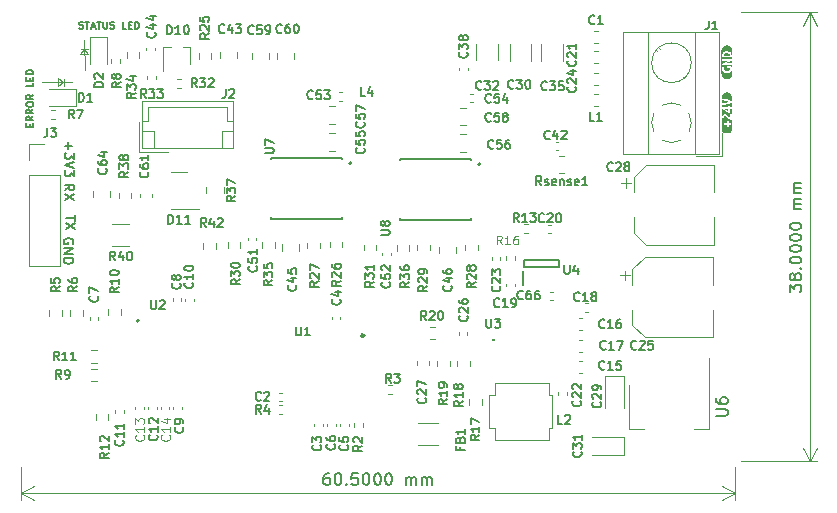
<source format=gbr>
%TF.GenerationSoftware,KiCad,Pcbnew,(6.0.2)*%
%TF.CreationDate,2022-05-23T20:35:17+03:00*%
%TF.ProjectId,The_Qi_wireless_charger_tx,5468655f-5169-45f7-9769-72656c657373,Rev 2*%
%TF.SameCoordinates,Original*%
%TF.FileFunction,Legend,Top*%
%TF.FilePolarity,Positive*%
%FSLAX46Y46*%
G04 Gerber Fmt 4.6, Leading zero omitted, Abs format (unit mm)*
G04 Created by KiCad (PCBNEW (6.0.2)) date 2022-05-23 20:35:17*
%MOMM*%
%LPD*%
G01*
G04 APERTURE LIST*
%ADD10C,0.150000*%
%ADD11C,0.120000*%
%ADD12C,0.125000*%
%ADD13C,0.112500*%
%ADD14C,0.127000*%
%ADD15C,0.200000*%
%ADD16C,0.250000*%
G04 APERTURE END LIST*
D10*
X27442857Y-132690476D02*
X27442857Y-133300000D01*
X27138095Y-132995238D02*
X27747619Y-132995238D01*
X27938095Y-133604761D02*
X27938095Y-134100000D01*
X27633333Y-133833333D01*
X27633333Y-133947619D01*
X27595238Y-134023809D01*
X27557142Y-134061904D01*
X27480952Y-134100000D01*
X27290476Y-134100000D01*
X27214285Y-134061904D01*
X27176190Y-134023809D01*
X27138095Y-133947619D01*
X27138095Y-133719047D01*
X27176190Y-133642857D01*
X27214285Y-133604761D01*
X27938095Y-134328571D02*
X27138095Y-134595238D01*
X27938095Y-134861904D01*
X27938095Y-135052380D02*
X27938095Y-135547619D01*
X27633333Y-135280952D01*
X27633333Y-135395238D01*
X27595238Y-135471428D01*
X27557142Y-135509523D01*
X27480952Y-135547619D01*
X27290476Y-135547619D01*
X27214285Y-135509523D01*
X27176190Y-135471428D01*
X27138095Y-135395238D01*
X27138095Y-135166666D01*
X27176190Y-135090476D01*
X27214285Y-135052380D01*
X27800000Y-141290476D02*
X27838095Y-141214285D01*
X27838095Y-141100000D01*
X27800000Y-140985714D01*
X27723809Y-140909523D01*
X27647619Y-140871428D01*
X27495238Y-140833333D01*
X27380952Y-140833333D01*
X27228571Y-140871428D01*
X27152380Y-140909523D01*
X27076190Y-140985714D01*
X27038095Y-141100000D01*
X27038095Y-141176190D01*
X27076190Y-141290476D01*
X27114285Y-141328571D01*
X27380952Y-141328571D01*
X27380952Y-141176190D01*
X27038095Y-141671428D02*
X27838095Y-141671428D01*
X27038095Y-142128571D01*
X27838095Y-142128571D01*
X27038095Y-142509523D02*
X27838095Y-142509523D01*
X27838095Y-142700000D01*
X27800000Y-142814285D01*
X27723809Y-142890476D01*
X27647619Y-142928571D01*
X27495238Y-142966666D01*
X27380952Y-142966666D01*
X27228571Y-142928571D01*
X27152380Y-142890476D01*
X27076190Y-142814285D01*
X27038095Y-142700000D01*
X27038095Y-142509523D01*
X28038095Y-138890476D02*
X28038095Y-139347619D01*
X27238095Y-139119047D02*
X28038095Y-139119047D01*
X28038095Y-139538095D02*
X27238095Y-140071428D01*
X28038095Y-140071428D02*
X27238095Y-139538095D01*
X27138095Y-136766666D02*
X27519047Y-136500000D01*
X27138095Y-136309523D02*
X27938095Y-136309523D01*
X27938095Y-136614285D01*
X27900000Y-136690476D01*
X27861904Y-136728571D01*
X27785714Y-136766666D01*
X27671428Y-136766666D01*
X27595238Y-136728571D01*
X27557142Y-136690476D01*
X27519047Y-136614285D01*
X27519047Y-136309523D01*
X27938095Y-137033333D02*
X27138095Y-137566666D01*
X27938095Y-137566666D02*
X27138095Y-137033333D01*
X88502380Y-145366666D02*
X88502380Y-144747619D01*
X88883333Y-145080952D01*
X88883333Y-144938095D01*
X88930952Y-144842857D01*
X88978571Y-144795238D01*
X89073809Y-144747619D01*
X89311904Y-144747619D01*
X89407142Y-144795238D01*
X89454761Y-144842857D01*
X89502380Y-144938095D01*
X89502380Y-145223809D01*
X89454761Y-145319047D01*
X89407142Y-145366666D01*
X88930952Y-144176190D02*
X88883333Y-144271428D01*
X88835714Y-144319047D01*
X88740476Y-144366666D01*
X88692857Y-144366666D01*
X88597619Y-144319047D01*
X88550000Y-144271428D01*
X88502380Y-144176190D01*
X88502380Y-143985714D01*
X88550000Y-143890476D01*
X88597619Y-143842857D01*
X88692857Y-143795238D01*
X88740476Y-143795238D01*
X88835714Y-143842857D01*
X88883333Y-143890476D01*
X88930952Y-143985714D01*
X88930952Y-144176190D01*
X88978571Y-144271428D01*
X89026190Y-144319047D01*
X89121428Y-144366666D01*
X89311904Y-144366666D01*
X89407142Y-144319047D01*
X89454761Y-144271428D01*
X89502380Y-144176190D01*
X89502380Y-143985714D01*
X89454761Y-143890476D01*
X89407142Y-143842857D01*
X89311904Y-143795238D01*
X89121428Y-143795238D01*
X89026190Y-143842857D01*
X88978571Y-143890476D01*
X88930952Y-143985714D01*
X89407142Y-143366666D02*
X89454761Y-143319047D01*
X89502380Y-143366666D01*
X89454761Y-143414285D01*
X89407142Y-143366666D01*
X89502380Y-143366666D01*
X88502380Y-142700000D02*
X88502380Y-142604761D01*
X88550000Y-142509523D01*
X88597619Y-142461904D01*
X88692857Y-142414285D01*
X88883333Y-142366666D01*
X89121428Y-142366666D01*
X89311904Y-142414285D01*
X89407142Y-142461904D01*
X89454761Y-142509523D01*
X89502380Y-142604761D01*
X89502380Y-142700000D01*
X89454761Y-142795238D01*
X89407142Y-142842857D01*
X89311904Y-142890476D01*
X89121428Y-142938095D01*
X88883333Y-142938095D01*
X88692857Y-142890476D01*
X88597619Y-142842857D01*
X88550000Y-142795238D01*
X88502380Y-142700000D01*
X88502380Y-141747619D02*
X88502380Y-141652380D01*
X88550000Y-141557142D01*
X88597619Y-141509523D01*
X88692857Y-141461904D01*
X88883333Y-141414285D01*
X89121428Y-141414285D01*
X89311904Y-141461904D01*
X89407142Y-141509523D01*
X89454761Y-141557142D01*
X89502380Y-141652380D01*
X89502380Y-141747619D01*
X89454761Y-141842857D01*
X89407142Y-141890476D01*
X89311904Y-141938095D01*
X89121428Y-141985714D01*
X88883333Y-141985714D01*
X88692857Y-141938095D01*
X88597619Y-141890476D01*
X88550000Y-141842857D01*
X88502380Y-141747619D01*
X88502380Y-140795238D02*
X88502380Y-140700000D01*
X88550000Y-140604761D01*
X88597619Y-140557142D01*
X88692857Y-140509523D01*
X88883333Y-140461904D01*
X89121428Y-140461904D01*
X89311904Y-140509523D01*
X89407142Y-140557142D01*
X89454761Y-140604761D01*
X89502380Y-140700000D01*
X89502380Y-140795238D01*
X89454761Y-140890476D01*
X89407142Y-140938095D01*
X89311904Y-140985714D01*
X89121428Y-141033333D01*
X88883333Y-141033333D01*
X88692857Y-140985714D01*
X88597619Y-140938095D01*
X88550000Y-140890476D01*
X88502380Y-140795238D01*
X88502380Y-139842857D02*
X88502380Y-139747619D01*
X88550000Y-139652380D01*
X88597619Y-139604761D01*
X88692857Y-139557142D01*
X88883333Y-139509523D01*
X89121428Y-139509523D01*
X89311904Y-139557142D01*
X89407142Y-139604761D01*
X89454761Y-139652380D01*
X89502380Y-139747619D01*
X89502380Y-139842857D01*
X89454761Y-139938095D01*
X89407142Y-139985714D01*
X89311904Y-140033333D01*
X89121428Y-140080952D01*
X88883333Y-140080952D01*
X88692857Y-140033333D01*
X88597619Y-139985714D01*
X88550000Y-139938095D01*
X88502380Y-139842857D01*
X89502380Y-138319047D02*
X88835714Y-138319047D01*
X88930952Y-138319047D02*
X88883333Y-138271428D01*
X88835714Y-138176190D01*
X88835714Y-138033333D01*
X88883333Y-137938095D01*
X88978571Y-137890476D01*
X89502380Y-137890476D01*
X88978571Y-137890476D02*
X88883333Y-137842857D01*
X88835714Y-137747619D01*
X88835714Y-137604761D01*
X88883333Y-137509523D01*
X88978571Y-137461904D01*
X89502380Y-137461904D01*
X89502380Y-136985714D02*
X88835714Y-136985714D01*
X88930952Y-136985714D02*
X88883333Y-136938095D01*
X88835714Y-136842857D01*
X88835714Y-136700000D01*
X88883333Y-136604761D01*
X88978571Y-136557142D01*
X89502380Y-136557142D01*
X88978571Y-136557142D02*
X88883333Y-136509523D01*
X88835714Y-136414285D01*
X88835714Y-136271428D01*
X88883333Y-136176190D01*
X88978571Y-136128571D01*
X89502380Y-136128571D01*
D11*
X84400000Y-159700000D02*
X90786420Y-159700000D01*
X84400000Y-121700000D02*
X90786420Y-121700000D01*
X90200000Y-159700000D02*
X90200000Y-121700000D01*
X90200000Y-159700000D02*
X90200000Y-121700000D01*
X90200000Y-159700000D02*
X90786421Y-158573496D01*
X90200000Y-159700000D02*
X89613579Y-158573496D01*
X90200000Y-121700000D02*
X89613579Y-122826504D01*
X90200000Y-121700000D02*
X90786421Y-122826504D01*
D10*
X49507142Y-160702379D02*
X49316666Y-160702379D01*
X49221428Y-160749999D01*
X49173809Y-160797618D01*
X49078571Y-160940475D01*
X49030952Y-161130951D01*
X49030952Y-161511903D01*
X49078571Y-161607141D01*
X49126190Y-161654760D01*
X49221428Y-161702379D01*
X49411904Y-161702379D01*
X49507142Y-161654760D01*
X49554761Y-161607141D01*
X49602380Y-161511903D01*
X49602380Y-161273808D01*
X49554761Y-161178570D01*
X49507142Y-161130951D01*
X49411904Y-161083332D01*
X49221428Y-161083332D01*
X49126190Y-161130951D01*
X49078571Y-161178570D01*
X49030952Y-161273808D01*
X50221428Y-160702379D02*
X50316666Y-160702379D01*
X50411904Y-160749999D01*
X50459523Y-160797618D01*
X50507142Y-160892856D01*
X50554761Y-161083332D01*
X50554761Y-161321427D01*
X50507142Y-161511903D01*
X50459523Y-161607141D01*
X50411904Y-161654760D01*
X50316666Y-161702379D01*
X50221428Y-161702379D01*
X50126190Y-161654760D01*
X50078571Y-161607141D01*
X50030952Y-161511903D01*
X49983333Y-161321427D01*
X49983333Y-161083332D01*
X50030952Y-160892856D01*
X50078571Y-160797618D01*
X50126190Y-160749999D01*
X50221428Y-160702379D01*
X50983333Y-161607141D02*
X51030952Y-161654760D01*
X50983333Y-161702379D01*
X50935714Y-161654760D01*
X50983333Y-161607141D01*
X50983333Y-161702379D01*
X51935714Y-160702379D02*
X51459523Y-160702379D01*
X51411904Y-161178570D01*
X51459523Y-161130951D01*
X51554761Y-161083332D01*
X51792857Y-161083332D01*
X51888095Y-161130951D01*
X51935714Y-161178570D01*
X51983333Y-161273808D01*
X51983333Y-161511903D01*
X51935714Y-161607141D01*
X51888095Y-161654760D01*
X51792857Y-161702379D01*
X51554761Y-161702379D01*
X51459523Y-161654760D01*
X51411904Y-161607141D01*
X52602380Y-160702379D02*
X52697619Y-160702379D01*
X52792857Y-160749999D01*
X52840476Y-160797618D01*
X52888095Y-160892856D01*
X52935714Y-161083332D01*
X52935714Y-161321427D01*
X52888095Y-161511903D01*
X52840476Y-161607141D01*
X52792857Y-161654760D01*
X52697619Y-161702379D01*
X52602380Y-161702379D01*
X52507142Y-161654760D01*
X52459523Y-161607141D01*
X52411904Y-161511903D01*
X52364285Y-161321427D01*
X52364285Y-161083332D01*
X52411904Y-160892856D01*
X52459523Y-160797618D01*
X52507142Y-160749999D01*
X52602380Y-160702379D01*
X53554761Y-160702379D02*
X53649999Y-160702379D01*
X53745238Y-160749999D01*
X53792857Y-160797618D01*
X53840476Y-160892856D01*
X53888095Y-161083332D01*
X53888095Y-161321427D01*
X53840476Y-161511903D01*
X53792857Y-161607141D01*
X53745238Y-161654760D01*
X53649999Y-161702379D01*
X53554761Y-161702379D01*
X53459523Y-161654760D01*
X53411904Y-161607141D01*
X53364285Y-161511903D01*
X53316666Y-161321427D01*
X53316666Y-161083332D01*
X53364285Y-160892856D01*
X53411904Y-160797618D01*
X53459523Y-160749999D01*
X53554761Y-160702379D01*
X54507142Y-160702379D02*
X54602380Y-160702379D01*
X54697619Y-160749999D01*
X54745238Y-160797618D01*
X54792857Y-160892856D01*
X54840476Y-161083332D01*
X54840476Y-161321427D01*
X54792857Y-161511903D01*
X54745238Y-161607141D01*
X54697619Y-161654760D01*
X54602380Y-161702379D01*
X54507142Y-161702379D01*
X54411904Y-161654760D01*
X54364285Y-161607141D01*
X54316666Y-161511903D01*
X54269047Y-161321427D01*
X54269047Y-161083332D01*
X54316666Y-160892856D01*
X54364285Y-160797618D01*
X54411904Y-160749999D01*
X54507142Y-160702379D01*
X56030952Y-161702379D02*
X56030952Y-161035713D01*
X56030952Y-161130951D02*
X56078571Y-161083332D01*
X56173809Y-161035713D01*
X56316666Y-161035713D01*
X56411904Y-161083332D01*
X56459523Y-161178570D01*
X56459523Y-161702379D01*
X56459523Y-161178570D02*
X56507142Y-161083332D01*
X56602380Y-161035713D01*
X56745238Y-161035713D01*
X56840476Y-161083332D01*
X56888095Y-161178570D01*
X56888095Y-161702379D01*
X57364285Y-161702379D02*
X57364285Y-161035713D01*
X57364285Y-161130951D02*
X57411904Y-161083332D01*
X57507142Y-161035713D01*
X57650000Y-161035713D01*
X57745238Y-161083332D01*
X57792857Y-161178570D01*
X57792857Y-161702379D01*
X57792857Y-161178570D02*
X57840476Y-161083332D01*
X57935714Y-161035713D01*
X58078571Y-161035713D01*
X58173809Y-161083332D01*
X58221428Y-161178570D01*
X58221428Y-161702379D01*
D11*
X23400000Y-160200000D02*
X23400000Y-162986419D01*
X83900000Y-160200000D02*
X83900000Y-162986419D01*
X23400000Y-162399999D02*
X83900000Y-162399999D01*
X23400000Y-162399999D02*
X83900000Y-162399999D01*
X23400000Y-162399999D02*
X24526504Y-162986420D01*
X23400000Y-162399999D02*
X24526504Y-161813578D01*
X83900000Y-162399999D02*
X82773496Y-161813578D01*
X83900000Y-162399999D02*
X82773496Y-162986420D01*
X26580000Y-127920000D02*
X26590000Y-127250000D01*
X29120000Y-125240000D02*
X28450000Y-125230000D01*
X28790000Y-124820000D02*
X29120000Y-125240000D01*
X28790000Y-124820000D02*
X28450000Y-125230000D01*
X28510000Y-124780000D02*
X29090000Y-124780000D01*
X28790000Y-124060000D02*
X28810000Y-126580000D01*
X27000000Y-127590000D02*
X26590000Y-127250000D01*
X27072500Y-127310000D02*
X27072500Y-127890000D01*
X27760000Y-127590000D02*
X25240000Y-127610000D01*
X27000000Y-127590000D02*
X26580000Y-127920000D01*
D10*
X28371428Y-123042857D02*
X28457142Y-123071428D01*
X28600000Y-123071428D01*
X28657142Y-123042857D01*
X28685714Y-123014285D01*
X28714285Y-122957142D01*
X28714285Y-122900000D01*
X28685714Y-122842857D01*
X28657142Y-122814285D01*
X28600000Y-122785714D01*
X28485714Y-122757142D01*
X28428571Y-122728571D01*
X28400000Y-122700000D01*
X28371428Y-122642857D01*
X28371428Y-122585714D01*
X28400000Y-122528571D01*
X28428571Y-122500000D01*
X28485714Y-122471428D01*
X28628571Y-122471428D01*
X28714285Y-122500000D01*
X28885714Y-122471428D02*
X29228571Y-122471428D01*
X29057142Y-123071428D02*
X29057142Y-122471428D01*
X29400000Y-122900000D02*
X29685714Y-122900000D01*
X29342857Y-123071428D02*
X29542857Y-122471428D01*
X29742857Y-123071428D01*
X29857142Y-122471428D02*
X30200000Y-122471428D01*
X30028571Y-123071428D02*
X30028571Y-122471428D01*
X30400000Y-122471428D02*
X30400000Y-122957142D01*
X30428571Y-123014285D01*
X30457142Y-123042857D01*
X30514285Y-123071428D01*
X30628571Y-123071428D01*
X30685714Y-123042857D01*
X30714285Y-123014285D01*
X30742857Y-122957142D01*
X30742857Y-122471428D01*
X31000000Y-123042857D02*
X31085714Y-123071428D01*
X31228571Y-123071428D01*
X31285714Y-123042857D01*
X31314285Y-123014285D01*
X31342857Y-122957142D01*
X31342857Y-122900000D01*
X31314285Y-122842857D01*
X31285714Y-122814285D01*
X31228571Y-122785714D01*
X31114285Y-122757142D01*
X31057142Y-122728571D01*
X31028571Y-122700000D01*
X31000000Y-122642857D01*
X31000000Y-122585714D01*
X31028571Y-122528571D01*
X31057142Y-122500000D01*
X31114285Y-122471428D01*
X31257142Y-122471428D01*
X31342857Y-122500000D01*
X32342857Y-123071428D02*
X32057142Y-123071428D01*
X32057142Y-122471428D01*
X32542857Y-122757142D02*
X32742857Y-122757142D01*
X32828571Y-123071428D02*
X32542857Y-123071428D01*
X32542857Y-122471428D01*
X32828571Y-122471428D01*
X33085714Y-123071428D02*
X33085714Y-122471428D01*
X33228571Y-122471428D01*
X33314285Y-122500000D01*
X33371428Y-122557142D01*
X33400000Y-122614285D01*
X33428571Y-122728571D01*
X33428571Y-122814285D01*
X33400000Y-122928571D01*
X33371428Y-122985714D01*
X33314285Y-123042857D01*
X33228571Y-123071428D01*
X33085714Y-123071428D01*
X24157142Y-131385714D02*
X24157142Y-131185714D01*
X24471428Y-131100000D02*
X24471428Y-131385714D01*
X23871428Y-131385714D01*
X23871428Y-131100000D01*
X24471428Y-130500000D02*
X24185714Y-130700000D01*
X24471428Y-130842857D02*
X23871428Y-130842857D01*
X23871428Y-130614285D01*
X23900000Y-130557142D01*
X23928571Y-130528571D01*
X23985714Y-130500000D01*
X24071428Y-130500000D01*
X24128571Y-130528571D01*
X24157142Y-130557142D01*
X24185714Y-130614285D01*
X24185714Y-130842857D01*
X24471428Y-129900000D02*
X24185714Y-130100000D01*
X24471428Y-130242857D02*
X23871428Y-130242857D01*
X23871428Y-130014285D01*
X23900000Y-129957142D01*
X23928571Y-129928571D01*
X23985714Y-129900000D01*
X24071428Y-129900000D01*
X24128571Y-129928571D01*
X24157142Y-129957142D01*
X24185714Y-130014285D01*
X24185714Y-130242857D01*
X23871428Y-129528571D02*
X23871428Y-129414285D01*
X23900000Y-129357142D01*
X23957142Y-129300000D01*
X24071428Y-129271428D01*
X24271428Y-129271428D01*
X24385714Y-129300000D01*
X24442857Y-129357142D01*
X24471428Y-129414285D01*
X24471428Y-129528571D01*
X24442857Y-129585714D01*
X24385714Y-129642857D01*
X24271428Y-129671428D01*
X24071428Y-129671428D01*
X23957142Y-129642857D01*
X23900000Y-129585714D01*
X23871428Y-129528571D01*
X24471428Y-128671428D02*
X24185714Y-128871428D01*
X24471428Y-129014285D02*
X23871428Y-129014285D01*
X23871428Y-128785714D01*
X23900000Y-128728571D01*
X23928571Y-128700000D01*
X23985714Y-128671428D01*
X24071428Y-128671428D01*
X24128571Y-128700000D01*
X24157142Y-128728571D01*
X24185714Y-128785714D01*
X24185714Y-129014285D01*
X24471428Y-127671428D02*
X24471428Y-127957142D01*
X23871428Y-127957142D01*
X24157142Y-127471428D02*
X24157142Y-127271428D01*
X24471428Y-127185714D02*
X24471428Y-127471428D01*
X23871428Y-127471428D01*
X23871428Y-127185714D01*
X24471428Y-126928571D02*
X23871428Y-126928571D01*
X23871428Y-126785714D01*
X23900000Y-126700000D01*
X23957142Y-126642857D01*
X24014285Y-126614285D01*
X24128571Y-126585714D01*
X24214285Y-126585714D01*
X24328571Y-126614285D01*
X24385714Y-126642857D01*
X24442857Y-126700000D01*
X24471428Y-126785714D01*
X24471428Y-126928571D01*
%TO.C,L4*%
X52575000Y-128739285D02*
X52217857Y-128739285D01*
X52217857Y-127989285D01*
X53146428Y-128239285D02*
X53146428Y-128739285D01*
X52967857Y-127953571D02*
X52789285Y-128489285D01*
X53253571Y-128489285D01*
%TO.C,U6*%
X82252380Y-155861904D02*
X83061904Y-155861904D01*
X83157142Y-155814285D01*
X83204761Y-155766666D01*
X83252380Y-155671428D01*
X83252380Y-155480952D01*
X83204761Y-155385714D01*
X83157142Y-155338095D01*
X83061904Y-155290476D01*
X82252380Y-155290476D01*
X82252380Y-154385714D02*
X82252380Y-154576190D01*
X82300000Y-154671428D01*
X82347619Y-154719047D01*
X82490476Y-154814285D01*
X82680952Y-154861904D01*
X83061904Y-154861904D01*
X83157142Y-154814285D01*
X83204761Y-154766666D01*
X83252380Y-154671428D01*
X83252380Y-154480952D01*
X83204761Y-154385714D01*
X83157142Y-154338095D01*
X83061904Y-154290476D01*
X82823809Y-154290476D01*
X82728571Y-154338095D01*
X82680952Y-154385714D01*
X82633333Y-154480952D01*
X82633333Y-154671428D01*
X82680952Y-154766666D01*
X82728571Y-154814285D01*
X82823809Y-154861904D01*
%TO.C,U8*%
X53904285Y-140521428D02*
X54511428Y-140521428D01*
X54582857Y-140485714D01*
X54618571Y-140450000D01*
X54654285Y-140378571D01*
X54654285Y-140235714D01*
X54618571Y-140164285D01*
X54582857Y-140128571D01*
X54511428Y-140092857D01*
X53904285Y-140092857D01*
X54225714Y-139628571D02*
X54190000Y-139700000D01*
X54154285Y-139735714D01*
X54082857Y-139771428D01*
X54047142Y-139771428D01*
X53975714Y-139735714D01*
X53940000Y-139700000D01*
X53904285Y-139628571D01*
X53904285Y-139485714D01*
X53940000Y-139414285D01*
X53975714Y-139378571D01*
X54047142Y-139342857D01*
X54082857Y-139342857D01*
X54154285Y-139378571D01*
X54190000Y-139414285D01*
X54225714Y-139485714D01*
X54225714Y-139628571D01*
X54261428Y-139700000D01*
X54297142Y-139735714D01*
X54368571Y-139771428D01*
X54511428Y-139771428D01*
X54582857Y-139735714D01*
X54618571Y-139700000D01*
X54654285Y-139628571D01*
X54654285Y-139485714D01*
X54618571Y-139414285D01*
X54582857Y-139378571D01*
X54511428Y-139342857D01*
X54368571Y-139342857D01*
X54297142Y-139378571D01*
X54261428Y-139414285D01*
X54225714Y-139485714D01*
%TO.C,U7*%
X44083660Y-133616428D02*
X44690803Y-133616428D01*
X44762232Y-133580714D01*
X44797946Y-133545000D01*
X44833660Y-133473571D01*
X44833660Y-133330714D01*
X44797946Y-133259285D01*
X44762232Y-133223571D01*
X44690803Y-133187857D01*
X44083660Y-133187857D01*
X44083660Y-132902142D02*
X44083660Y-132402142D01*
X44833660Y-132723571D01*
%TO.C,C19*%
X63917857Y-146567857D02*
X63882142Y-146603571D01*
X63775000Y-146639285D01*
X63703571Y-146639285D01*
X63596428Y-146603571D01*
X63525000Y-146532142D01*
X63489285Y-146460714D01*
X63453571Y-146317857D01*
X63453571Y-146210714D01*
X63489285Y-146067857D01*
X63525000Y-145996428D01*
X63596428Y-145925000D01*
X63703571Y-145889285D01*
X63775000Y-145889285D01*
X63882142Y-145925000D01*
X63917857Y-145960714D01*
X64632142Y-146639285D02*
X64203571Y-146639285D01*
X64417857Y-146639285D02*
X64417857Y-145889285D01*
X64346428Y-145996428D01*
X64275000Y-146067857D01*
X64203571Y-146103571D01*
X64989285Y-146639285D02*
X65132142Y-146639285D01*
X65203571Y-146603571D01*
X65239285Y-146567857D01*
X65310714Y-146460714D01*
X65346428Y-146317857D01*
X65346428Y-146032142D01*
X65310714Y-145960714D01*
X65275000Y-145925000D01*
X65203571Y-145889285D01*
X65060714Y-145889285D01*
X64989285Y-145925000D01*
X64953571Y-145960714D01*
X64917857Y-146032142D01*
X64917857Y-146210714D01*
X64953571Y-146282142D01*
X64989285Y-146317857D01*
X65060714Y-146353571D01*
X65203571Y-146353571D01*
X65275000Y-146317857D01*
X65310714Y-146282142D01*
X65346428Y-146210714D01*
%TO.C,C23*%
X63952857Y-144862142D02*
X63988571Y-144897857D01*
X64024285Y-145005000D01*
X64024285Y-145076428D01*
X63988571Y-145183571D01*
X63917142Y-145255000D01*
X63845714Y-145290714D01*
X63702857Y-145326428D01*
X63595714Y-145326428D01*
X63452857Y-145290714D01*
X63381428Y-145255000D01*
X63310000Y-145183571D01*
X63274285Y-145076428D01*
X63274285Y-145005000D01*
X63310000Y-144897857D01*
X63345714Y-144862142D01*
X63345714Y-144576428D02*
X63310000Y-144540714D01*
X63274285Y-144469285D01*
X63274285Y-144290714D01*
X63310000Y-144219285D01*
X63345714Y-144183571D01*
X63417142Y-144147857D01*
X63488571Y-144147857D01*
X63595714Y-144183571D01*
X64024285Y-144612142D01*
X64024285Y-144147857D01*
X63274285Y-143897857D02*
X63274285Y-143433571D01*
X63560000Y-143683571D01*
X63560000Y-143576428D01*
X63595714Y-143505000D01*
X63631428Y-143469285D01*
X63702857Y-143433571D01*
X63881428Y-143433571D01*
X63952857Y-143469285D01*
X63988571Y-143505000D01*
X64024285Y-143576428D01*
X64024285Y-143790714D01*
X63988571Y-143862142D01*
X63952857Y-143897857D01*
%TO.C,C27*%
X57667857Y-154332142D02*
X57703571Y-154367857D01*
X57739285Y-154475000D01*
X57739285Y-154546428D01*
X57703571Y-154653571D01*
X57632142Y-154725000D01*
X57560714Y-154760714D01*
X57417857Y-154796428D01*
X57310714Y-154796428D01*
X57167857Y-154760714D01*
X57096428Y-154725000D01*
X57025000Y-154653571D01*
X56989285Y-154546428D01*
X56989285Y-154475000D01*
X57025000Y-154367857D01*
X57060714Y-154332142D01*
X57060714Y-154046428D02*
X57025000Y-154010714D01*
X56989285Y-153939285D01*
X56989285Y-153760714D01*
X57025000Y-153689285D01*
X57060714Y-153653571D01*
X57132142Y-153617857D01*
X57203571Y-153617857D01*
X57310714Y-153653571D01*
X57739285Y-154082142D01*
X57739285Y-153617857D01*
X56989285Y-153367857D02*
X56989285Y-152867857D01*
X57739285Y-153189285D01*
%TO.C,C29*%
X72467857Y-154682142D02*
X72503571Y-154717857D01*
X72539285Y-154825000D01*
X72539285Y-154896428D01*
X72503571Y-155003571D01*
X72432142Y-155075000D01*
X72360714Y-155110714D01*
X72217857Y-155146428D01*
X72110714Y-155146428D01*
X71967857Y-155110714D01*
X71896428Y-155075000D01*
X71825000Y-155003571D01*
X71789285Y-154896428D01*
X71789285Y-154825000D01*
X71825000Y-154717857D01*
X71860714Y-154682142D01*
X71860714Y-154396428D02*
X71825000Y-154360714D01*
X71789285Y-154289285D01*
X71789285Y-154110714D01*
X71825000Y-154039285D01*
X71860714Y-154003571D01*
X71932142Y-153967857D01*
X72003571Y-153967857D01*
X72110714Y-154003571D01*
X72539285Y-154432142D01*
X72539285Y-153967857D01*
X72539285Y-153610714D02*
X72539285Y-153467857D01*
X72503571Y-153396428D01*
X72467857Y-153360714D01*
X72360714Y-153289285D01*
X72217857Y-153253571D01*
X71932142Y-153253571D01*
X71860714Y-153289285D01*
X71825000Y-153325000D01*
X71789285Y-153396428D01*
X71789285Y-153539285D01*
X71825000Y-153610714D01*
X71860714Y-153646428D01*
X71932142Y-153682142D01*
X72110714Y-153682142D01*
X72182142Y-153646428D01*
X72217857Y-153610714D01*
X72253571Y-153539285D01*
X72253571Y-153396428D01*
X72217857Y-153325000D01*
X72182142Y-153289285D01*
X72110714Y-153253571D01*
%TO.C,C31*%
X70817857Y-158882142D02*
X70853571Y-158917857D01*
X70889285Y-159025000D01*
X70889285Y-159096428D01*
X70853571Y-159203571D01*
X70782142Y-159275000D01*
X70710714Y-159310714D01*
X70567857Y-159346428D01*
X70460714Y-159346428D01*
X70317857Y-159310714D01*
X70246428Y-159275000D01*
X70175000Y-159203571D01*
X70139285Y-159096428D01*
X70139285Y-159025000D01*
X70175000Y-158917857D01*
X70210714Y-158882142D01*
X70139285Y-158632142D02*
X70139285Y-158167857D01*
X70425000Y-158417857D01*
X70425000Y-158310714D01*
X70460714Y-158239285D01*
X70496428Y-158203571D01*
X70567857Y-158167857D01*
X70746428Y-158167857D01*
X70817857Y-158203571D01*
X70853571Y-158239285D01*
X70889285Y-158310714D01*
X70889285Y-158525000D01*
X70853571Y-158596428D01*
X70817857Y-158632142D01*
X70889285Y-157453571D02*
X70889285Y-157882142D01*
X70889285Y-157667857D02*
X70139285Y-157667857D01*
X70246428Y-157739285D01*
X70317857Y-157810714D01*
X70353571Y-157882142D01*
%TO.C,C38*%
X61167857Y-125062142D02*
X61203571Y-125097857D01*
X61239285Y-125205000D01*
X61239285Y-125276428D01*
X61203571Y-125383571D01*
X61132142Y-125455000D01*
X61060714Y-125490714D01*
X60917857Y-125526428D01*
X60810714Y-125526428D01*
X60667857Y-125490714D01*
X60596428Y-125455000D01*
X60525000Y-125383571D01*
X60489285Y-125276428D01*
X60489285Y-125205000D01*
X60525000Y-125097857D01*
X60560714Y-125062142D01*
X60489285Y-124812142D02*
X60489285Y-124347857D01*
X60775000Y-124597857D01*
X60775000Y-124490714D01*
X60810714Y-124419285D01*
X60846428Y-124383571D01*
X60917857Y-124347857D01*
X61096428Y-124347857D01*
X61167857Y-124383571D01*
X61203571Y-124419285D01*
X61239285Y-124490714D01*
X61239285Y-124705000D01*
X61203571Y-124776428D01*
X61167857Y-124812142D01*
X60810714Y-123919285D02*
X60775000Y-123990714D01*
X60739285Y-124026428D01*
X60667857Y-124062142D01*
X60632142Y-124062142D01*
X60560714Y-124026428D01*
X60525000Y-123990714D01*
X60489285Y-123919285D01*
X60489285Y-123776428D01*
X60525000Y-123705000D01*
X60560714Y-123669285D01*
X60632142Y-123633571D01*
X60667857Y-123633571D01*
X60739285Y-123669285D01*
X60775000Y-123705000D01*
X60810714Y-123776428D01*
X60810714Y-123919285D01*
X60846428Y-123990714D01*
X60882142Y-124026428D01*
X60953571Y-124062142D01*
X61096428Y-124062142D01*
X61167857Y-124026428D01*
X61203571Y-123990714D01*
X61239285Y-123919285D01*
X61239285Y-123776428D01*
X61203571Y-123705000D01*
X61167857Y-123669285D01*
X61096428Y-123633571D01*
X60953571Y-123633571D01*
X60882142Y-123669285D01*
X60846428Y-123705000D01*
X60810714Y-123776428D01*
%TO.C,C42*%
X68187857Y-132377857D02*
X68152142Y-132413571D01*
X68045000Y-132449285D01*
X67973571Y-132449285D01*
X67866428Y-132413571D01*
X67795000Y-132342142D01*
X67759285Y-132270714D01*
X67723571Y-132127857D01*
X67723571Y-132020714D01*
X67759285Y-131877857D01*
X67795000Y-131806428D01*
X67866428Y-131735000D01*
X67973571Y-131699285D01*
X68045000Y-131699285D01*
X68152142Y-131735000D01*
X68187857Y-131770714D01*
X68830714Y-131949285D02*
X68830714Y-132449285D01*
X68652142Y-131663571D02*
X68473571Y-132199285D01*
X68937857Y-132199285D01*
X69187857Y-131770714D02*
X69223571Y-131735000D01*
X69295000Y-131699285D01*
X69473571Y-131699285D01*
X69545000Y-131735000D01*
X69580714Y-131770714D01*
X69616428Y-131842142D01*
X69616428Y-131913571D01*
X69580714Y-132020714D01*
X69152142Y-132449285D01*
X69616428Y-132449285D01*
%TO.C,D10*%
X35789285Y-123539285D02*
X35789285Y-122789285D01*
X35967857Y-122789285D01*
X36075000Y-122825000D01*
X36146428Y-122896428D01*
X36182142Y-122967857D01*
X36217857Y-123110714D01*
X36217857Y-123217857D01*
X36182142Y-123360714D01*
X36146428Y-123432142D01*
X36075000Y-123503571D01*
X35967857Y-123539285D01*
X35789285Y-123539285D01*
X36932142Y-123539285D02*
X36503571Y-123539285D01*
X36717857Y-123539285D02*
X36717857Y-122789285D01*
X36646428Y-122896428D01*
X36575000Y-122967857D01*
X36503571Y-123003571D01*
X37396428Y-122789285D02*
X37467857Y-122789285D01*
X37539285Y-122825000D01*
X37575000Y-122860714D01*
X37610714Y-122932142D01*
X37646428Y-123075000D01*
X37646428Y-123253571D01*
X37610714Y-123396428D01*
X37575000Y-123467857D01*
X37539285Y-123503571D01*
X37467857Y-123539285D01*
X37396428Y-123539285D01*
X37325000Y-123503571D01*
X37289285Y-123467857D01*
X37253571Y-123396428D01*
X37217857Y-123253571D01*
X37217857Y-123075000D01*
X37253571Y-122932142D01*
X37289285Y-122860714D01*
X37325000Y-122825000D01*
X37396428Y-122789285D01*
%TO.C,D11*%
X35889285Y-139587285D02*
X35889285Y-138837285D01*
X36067857Y-138837285D01*
X36175000Y-138873000D01*
X36246428Y-138944428D01*
X36282142Y-139015857D01*
X36317857Y-139158714D01*
X36317857Y-139265857D01*
X36282142Y-139408714D01*
X36246428Y-139480142D01*
X36175000Y-139551571D01*
X36067857Y-139587285D01*
X35889285Y-139587285D01*
X37032142Y-139587285D02*
X36603571Y-139587285D01*
X36817857Y-139587285D02*
X36817857Y-138837285D01*
X36746428Y-138944428D01*
X36675000Y-139015857D01*
X36603571Y-139051571D01*
X37746428Y-139587285D02*
X37317857Y-139587285D01*
X37532142Y-139587285D02*
X37532142Y-138837285D01*
X37460714Y-138944428D01*
X37389285Y-139015857D01*
X37317857Y-139051571D01*
%TO.C,FB1*%
X60606428Y-158507000D02*
X60606428Y-158757000D01*
X60999285Y-158757000D02*
X60249285Y-158757000D01*
X60249285Y-158399857D01*
X60606428Y-157864142D02*
X60642142Y-157757000D01*
X60677857Y-157721285D01*
X60749285Y-157685571D01*
X60856428Y-157685571D01*
X60927857Y-157721285D01*
X60963571Y-157757000D01*
X60999285Y-157828428D01*
X60999285Y-158114142D01*
X60249285Y-158114142D01*
X60249285Y-157864142D01*
X60285000Y-157792714D01*
X60320714Y-157757000D01*
X60392142Y-157721285D01*
X60463571Y-157721285D01*
X60535000Y-157757000D01*
X60570714Y-157792714D01*
X60606428Y-157864142D01*
X60606428Y-158114142D01*
X60999285Y-156971285D02*
X60999285Y-157399857D01*
X60999285Y-157185571D02*
X60249285Y-157185571D01*
X60356428Y-157257000D01*
X60427857Y-157328428D01*
X60463571Y-157399857D01*
%TO.C,R7*%
X27930000Y-130669285D02*
X27680000Y-130312142D01*
X27501428Y-130669285D02*
X27501428Y-129919285D01*
X27787142Y-129919285D01*
X27858571Y-129955000D01*
X27894285Y-129990714D01*
X27930000Y-130062142D01*
X27930000Y-130169285D01*
X27894285Y-130240714D01*
X27858571Y-130276428D01*
X27787142Y-130312142D01*
X27501428Y-130312142D01*
X28180000Y-129919285D02*
X28680000Y-129919285D01*
X28358571Y-130669285D01*
%TO.C,R8*%
X31869285Y-127605000D02*
X31512142Y-127855000D01*
X31869285Y-128033571D02*
X31119285Y-128033571D01*
X31119285Y-127747857D01*
X31155000Y-127676428D01*
X31190714Y-127640714D01*
X31262142Y-127605000D01*
X31369285Y-127605000D01*
X31440714Y-127640714D01*
X31476428Y-127676428D01*
X31512142Y-127747857D01*
X31512142Y-128033571D01*
X31440714Y-127176428D02*
X31405000Y-127247857D01*
X31369285Y-127283571D01*
X31297857Y-127319285D01*
X31262142Y-127319285D01*
X31190714Y-127283571D01*
X31155000Y-127247857D01*
X31119285Y-127176428D01*
X31119285Y-127033571D01*
X31155000Y-126962142D01*
X31190714Y-126926428D01*
X31262142Y-126890714D01*
X31297857Y-126890714D01*
X31369285Y-126926428D01*
X31405000Y-126962142D01*
X31440714Y-127033571D01*
X31440714Y-127176428D01*
X31476428Y-127247857D01*
X31512142Y-127283571D01*
X31583571Y-127319285D01*
X31726428Y-127319285D01*
X31797857Y-127283571D01*
X31833571Y-127247857D01*
X31869285Y-127176428D01*
X31869285Y-127033571D01*
X31833571Y-126962142D01*
X31797857Y-126926428D01*
X31726428Y-126890714D01*
X31583571Y-126890714D01*
X31512142Y-126926428D01*
X31476428Y-126962142D01*
X31440714Y-127033571D01*
%TO.C,R17*%
X62239285Y-157482142D02*
X61882142Y-157732142D01*
X62239285Y-157910714D02*
X61489285Y-157910714D01*
X61489285Y-157625000D01*
X61525000Y-157553571D01*
X61560714Y-157517857D01*
X61632142Y-157482142D01*
X61739285Y-157482142D01*
X61810714Y-157517857D01*
X61846428Y-157553571D01*
X61882142Y-157625000D01*
X61882142Y-157910714D01*
X62239285Y-156767857D02*
X62239285Y-157196428D01*
X62239285Y-156982142D02*
X61489285Y-156982142D01*
X61596428Y-157053571D01*
X61667857Y-157125000D01*
X61703571Y-157196428D01*
X61489285Y-156517857D02*
X61489285Y-156017857D01*
X62239285Y-156339285D01*
%TO.C,R18*%
X60839285Y-154582142D02*
X60482142Y-154832142D01*
X60839285Y-155010714D02*
X60089285Y-155010714D01*
X60089285Y-154725000D01*
X60125000Y-154653571D01*
X60160714Y-154617857D01*
X60232142Y-154582142D01*
X60339285Y-154582142D01*
X60410714Y-154617857D01*
X60446428Y-154653571D01*
X60482142Y-154725000D01*
X60482142Y-155010714D01*
X60839285Y-153867857D02*
X60839285Y-154296428D01*
X60839285Y-154082142D02*
X60089285Y-154082142D01*
X60196428Y-154153571D01*
X60267857Y-154225000D01*
X60303571Y-154296428D01*
X60410714Y-153439285D02*
X60375000Y-153510714D01*
X60339285Y-153546428D01*
X60267857Y-153582142D01*
X60232142Y-153582142D01*
X60160714Y-153546428D01*
X60125000Y-153510714D01*
X60089285Y-153439285D01*
X60089285Y-153296428D01*
X60125000Y-153225000D01*
X60160714Y-153189285D01*
X60232142Y-153153571D01*
X60267857Y-153153571D01*
X60339285Y-153189285D01*
X60375000Y-153225000D01*
X60410714Y-153296428D01*
X60410714Y-153439285D01*
X60446428Y-153510714D01*
X60482142Y-153546428D01*
X60553571Y-153582142D01*
X60696428Y-153582142D01*
X60767857Y-153546428D01*
X60803571Y-153510714D01*
X60839285Y-153439285D01*
X60839285Y-153296428D01*
X60803571Y-153225000D01*
X60767857Y-153189285D01*
X60696428Y-153153571D01*
X60553571Y-153153571D01*
X60482142Y-153189285D01*
X60446428Y-153225000D01*
X60410714Y-153296428D01*
%TO.C,R19*%
X59529285Y-154457142D02*
X59172142Y-154707142D01*
X59529285Y-154885714D02*
X58779285Y-154885714D01*
X58779285Y-154600000D01*
X58815000Y-154528571D01*
X58850714Y-154492857D01*
X58922142Y-154457142D01*
X59029285Y-154457142D01*
X59100714Y-154492857D01*
X59136428Y-154528571D01*
X59172142Y-154600000D01*
X59172142Y-154885714D01*
X59529285Y-153742857D02*
X59529285Y-154171428D01*
X59529285Y-153957142D02*
X58779285Y-153957142D01*
X58886428Y-154028571D01*
X58957857Y-154100000D01*
X58993571Y-154171428D01*
X59529285Y-153385714D02*
X59529285Y-153242857D01*
X59493571Y-153171428D01*
X59457857Y-153135714D01*
X59350714Y-153064285D01*
X59207857Y-153028571D01*
X58922142Y-153028571D01*
X58850714Y-153064285D01*
X58815000Y-153100000D01*
X58779285Y-153171428D01*
X58779285Y-153314285D01*
X58815000Y-153385714D01*
X58850714Y-153421428D01*
X58922142Y-153457142D01*
X59100714Y-153457142D01*
X59172142Y-153421428D01*
X59207857Y-153385714D01*
X59243571Y-153314285D01*
X59243571Y-153171428D01*
X59207857Y-153100000D01*
X59172142Y-153064285D01*
X59100714Y-153028571D01*
%TO.C,R20*%
X57737857Y-147729285D02*
X57487857Y-147372142D01*
X57309285Y-147729285D02*
X57309285Y-146979285D01*
X57595000Y-146979285D01*
X57666428Y-147015000D01*
X57702142Y-147050714D01*
X57737857Y-147122142D01*
X57737857Y-147229285D01*
X57702142Y-147300714D01*
X57666428Y-147336428D01*
X57595000Y-147372142D01*
X57309285Y-147372142D01*
X58023571Y-147050714D02*
X58059285Y-147015000D01*
X58130714Y-146979285D01*
X58309285Y-146979285D01*
X58380714Y-147015000D01*
X58416428Y-147050714D01*
X58452142Y-147122142D01*
X58452142Y-147193571D01*
X58416428Y-147300714D01*
X57987857Y-147729285D01*
X58452142Y-147729285D01*
X58916428Y-146979285D02*
X58987857Y-146979285D01*
X59059285Y-147015000D01*
X59095000Y-147050714D01*
X59130714Y-147122142D01*
X59166428Y-147265000D01*
X59166428Y-147443571D01*
X59130714Y-147586428D01*
X59095000Y-147657857D01*
X59059285Y-147693571D01*
X58987857Y-147729285D01*
X58916428Y-147729285D01*
X58845000Y-147693571D01*
X58809285Y-147657857D01*
X58773571Y-147586428D01*
X58737857Y-147443571D01*
X58737857Y-147265000D01*
X58773571Y-147122142D01*
X58809285Y-147050714D01*
X58845000Y-147015000D01*
X58916428Y-146979285D01*
%TO.C,R37*%
X41583285Y-137248142D02*
X41226142Y-137498142D01*
X41583285Y-137676714D02*
X40833285Y-137676714D01*
X40833285Y-137391000D01*
X40869000Y-137319571D01*
X40904714Y-137283857D01*
X40976142Y-137248142D01*
X41083285Y-137248142D01*
X41154714Y-137283857D01*
X41190428Y-137319571D01*
X41226142Y-137391000D01*
X41226142Y-137676714D01*
X40833285Y-136998142D02*
X40833285Y-136533857D01*
X41119000Y-136783857D01*
X41119000Y-136676714D01*
X41154714Y-136605285D01*
X41190428Y-136569571D01*
X41261857Y-136533857D01*
X41440428Y-136533857D01*
X41511857Y-136569571D01*
X41547571Y-136605285D01*
X41583285Y-136676714D01*
X41583285Y-136891000D01*
X41547571Y-136962428D01*
X41511857Y-136998142D01*
X40833285Y-136283857D02*
X40833285Y-135783857D01*
X41583285Y-136105285D01*
%TO.C,R38*%
X32519285Y-135202142D02*
X32162142Y-135452142D01*
X32519285Y-135630714D02*
X31769285Y-135630714D01*
X31769285Y-135345000D01*
X31805000Y-135273571D01*
X31840714Y-135237857D01*
X31912142Y-135202142D01*
X32019285Y-135202142D01*
X32090714Y-135237857D01*
X32126428Y-135273571D01*
X32162142Y-135345000D01*
X32162142Y-135630714D01*
X31769285Y-134952142D02*
X31769285Y-134487857D01*
X32055000Y-134737857D01*
X32055000Y-134630714D01*
X32090714Y-134559285D01*
X32126428Y-134523571D01*
X32197857Y-134487857D01*
X32376428Y-134487857D01*
X32447857Y-134523571D01*
X32483571Y-134559285D01*
X32519285Y-134630714D01*
X32519285Y-134845000D01*
X32483571Y-134916428D01*
X32447857Y-134952142D01*
X32090714Y-134059285D02*
X32055000Y-134130714D01*
X32019285Y-134166428D01*
X31947857Y-134202142D01*
X31912142Y-134202142D01*
X31840714Y-134166428D01*
X31805000Y-134130714D01*
X31769285Y-134059285D01*
X31769285Y-133916428D01*
X31805000Y-133845000D01*
X31840714Y-133809285D01*
X31912142Y-133773571D01*
X31947857Y-133773571D01*
X32019285Y-133809285D01*
X32055000Y-133845000D01*
X32090714Y-133916428D01*
X32090714Y-134059285D01*
X32126428Y-134130714D01*
X32162142Y-134166428D01*
X32233571Y-134202142D01*
X32376428Y-134202142D01*
X32447857Y-134166428D01*
X32483571Y-134130714D01*
X32519285Y-134059285D01*
X32519285Y-133916428D01*
X32483571Y-133845000D01*
X32447857Y-133809285D01*
X32376428Y-133773571D01*
X32233571Y-133773571D01*
X32162142Y-133809285D01*
X32126428Y-133845000D01*
X32090714Y-133916428D01*
%TO.C,R40*%
X31405357Y-142699285D02*
X31155357Y-142342142D01*
X30976785Y-142699285D02*
X30976785Y-141949285D01*
X31262500Y-141949285D01*
X31333928Y-141985000D01*
X31369642Y-142020714D01*
X31405357Y-142092142D01*
X31405357Y-142199285D01*
X31369642Y-142270714D01*
X31333928Y-142306428D01*
X31262500Y-142342142D01*
X30976785Y-142342142D01*
X32048214Y-142199285D02*
X32048214Y-142699285D01*
X31869642Y-141913571D02*
X31691071Y-142449285D01*
X32155357Y-142449285D01*
X32583928Y-141949285D02*
X32655357Y-141949285D01*
X32726785Y-141985000D01*
X32762500Y-142020714D01*
X32798214Y-142092142D01*
X32833928Y-142235000D01*
X32833928Y-142413571D01*
X32798214Y-142556428D01*
X32762500Y-142627857D01*
X32726785Y-142663571D01*
X32655357Y-142699285D01*
X32583928Y-142699285D01*
X32512500Y-142663571D01*
X32476785Y-142627857D01*
X32441071Y-142556428D01*
X32405357Y-142413571D01*
X32405357Y-142235000D01*
X32441071Y-142092142D01*
X32476785Y-142020714D01*
X32512500Y-141985000D01*
X32583928Y-141949285D01*
%TO.C,U2*%
X34428571Y-146089285D02*
X34428571Y-146696428D01*
X34464285Y-146767857D01*
X34500000Y-146803571D01*
X34571428Y-146839285D01*
X34714285Y-146839285D01*
X34785714Y-146803571D01*
X34821428Y-146767857D01*
X34857142Y-146696428D01*
X34857142Y-146089285D01*
X35178571Y-146160714D02*
X35214285Y-146125000D01*
X35285714Y-146089285D01*
X35464285Y-146089285D01*
X35535714Y-146125000D01*
X35571428Y-146160714D01*
X35607142Y-146232142D01*
X35607142Y-146303571D01*
X35571428Y-146410714D01*
X35142857Y-146839285D01*
X35607142Y-146839285D01*
%TO.C,U4*%
X69443571Y-143079285D02*
X69443571Y-143686428D01*
X69479285Y-143757857D01*
X69515000Y-143793571D01*
X69586428Y-143829285D01*
X69729285Y-143829285D01*
X69800714Y-143793571D01*
X69836428Y-143757857D01*
X69872142Y-143686428D01*
X69872142Y-143079285D01*
X70550714Y-143329285D02*
X70550714Y-143829285D01*
X70372142Y-143043571D02*
X70193571Y-143579285D01*
X70657857Y-143579285D01*
%TO.C,C25*%
X75517857Y-150167857D02*
X75482142Y-150203571D01*
X75375000Y-150239285D01*
X75303571Y-150239285D01*
X75196428Y-150203571D01*
X75125000Y-150132142D01*
X75089285Y-150060714D01*
X75053571Y-149917857D01*
X75053571Y-149810714D01*
X75089285Y-149667857D01*
X75125000Y-149596428D01*
X75196428Y-149525000D01*
X75303571Y-149489285D01*
X75375000Y-149489285D01*
X75482142Y-149525000D01*
X75517857Y-149560714D01*
X75803571Y-149560714D02*
X75839285Y-149525000D01*
X75910714Y-149489285D01*
X76089285Y-149489285D01*
X76160714Y-149525000D01*
X76196428Y-149560714D01*
X76232142Y-149632142D01*
X76232142Y-149703571D01*
X76196428Y-149810714D01*
X75767857Y-150239285D01*
X76232142Y-150239285D01*
X76910714Y-149489285D02*
X76553571Y-149489285D01*
X76517857Y-149846428D01*
X76553571Y-149810714D01*
X76625000Y-149775000D01*
X76803571Y-149775000D01*
X76875000Y-149810714D01*
X76910714Y-149846428D01*
X76946428Y-149917857D01*
X76946428Y-150096428D01*
X76910714Y-150167857D01*
X76875000Y-150203571D01*
X76803571Y-150239285D01*
X76625000Y-150239285D01*
X76553571Y-150203571D01*
X76517857Y-150167857D01*
%TO.C,R26*%
X50481160Y-144399642D02*
X50124017Y-144649642D01*
X50481160Y-144828214D02*
X49731160Y-144828214D01*
X49731160Y-144542500D01*
X49766875Y-144471071D01*
X49802589Y-144435357D01*
X49874017Y-144399642D01*
X49981160Y-144399642D01*
X50052589Y-144435357D01*
X50088303Y-144471071D01*
X50124017Y-144542500D01*
X50124017Y-144828214D01*
X49802589Y-144113928D02*
X49766875Y-144078214D01*
X49731160Y-144006785D01*
X49731160Y-143828214D01*
X49766875Y-143756785D01*
X49802589Y-143721071D01*
X49874017Y-143685357D01*
X49945446Y-143685357D01*
X50052589Y-143721071D01*
X50481160Y-144149642D01*
X50481160Y-143685357D01*
X49731160Y-143042500D02*
X49731160Y-143185357D01*
X49766875Y-143256785D01*
X49802589Y-143292500D01*
X49909732Y-143363928D01*
X50052589Y-143399642D01*
X50338303Y-143399642D01*
X50409732Y-143363928D01*
X50445446Y-143328214D01*
X50481160Y-143256785D01*
X50481160Y-143113928D01*
X50445446Y-143042500D01*
X50409732Y-143006785D01*
X50338303Y-142971071D01*
X50159732Y-142971071D01*
X50088303Y-143006785D01*
X50052589Y-143042500D01*
X50016875Y-143113928D01*
X50016875Y-143256785D01*
X50052589Y-143328214D01*
X50088303Y-143363928D01*
X50159732Y-143399642D01*
%TO.C,R27*%
X48621160Y-144479642D02*
X48264017Y-144729642D01*
X48621160Y-144908214D02*
X47871160Y-144908214D01*
X47871160Y-144622500D01*
X47906875Y-144551071D01*
X47942589Y-144515357D01*
X48014017Y-144479642D01*
X48121160Y-144479642D01*
X48192589Y-144515357D01*
X48228303Y-144551071D01*
X48264017Y-144622500D01*
X48264017Y-144908214D01*
X47942589Y-144193928D02*
X47906875Y-144158214D01*
X47871160Y-144086785D01*
X47871160Y-143908214D01*
X47906875Y-143836785D01*
X47942589Y-143801071D01*
X48014017Y-143765357D01*
X48085446Y-143765357D01*
X48192589Y-143801071D01*
X48621160Y-144229642D01*
X48621160Y-143765357D01*
X47871160Y-143515357D02*
X47871160Y-143015357D01*
X48621160Y-143336785D01*
%TO.C,R28*%
X61914285Y-144554642D02*
X61557142Y-144804642D01*
X61914285Y-144983214D02*
X61164285Y-144983214D01*
X61164285Y-144697500D01*
X61200000Y-144626071D01*
X61235714Y-144590357D01*
X61307142Y-144554642D01*
X61414285Y-144554642D01*
X61485714Y-144590357D01*
X61521428Y-144626071D01*
X61557142Y-144697500D01*
X61557142Y-144983214D01*
X61235714Y-144268928D02*
X61200000Y-144233214D01*
X61164285Y-144161785D01*
X61164285Y-143983214D01*
X61200000Y-143911785D01*
X61235714Y-143876071D01*
X61307142Y-143840357D01*
X61378571Y-143840357D01*
X61485714Y-143876071D01*
X61914285Y-144304642D01*
X61914285Y-143840357D01*
X61485714Y-143411785D02*
X61450000Y-143483214D01*
X61414285Y-143518928D01*
X61342857Y-143554642D01*
X61307142Y-143554642D01*
X61235714Y-143518928D01*
X61200000Y-143483214D01*
X61164285Y-143411785D01*
X61164285Y-143268928D01*
X61200000Y-143197500D01*
X61235714Y-143161785D01*
X61307142Y-143126071D01*
X61342857Y-143126071D01*
X61414285Y-143161785D01*
X61450000Y-143197500D01*
X61485714Y-143268928D01*
X61485714Y-143411785D01*
X61521428Y-143483214D01*
X61557142Y-143518928D01*
X61628571Y-143554642D01*
X61771428Y-143554642D01*
X61842857Y-143518928D01*
X61878571Y-143483214D01*
X61914285Y-143411785D01*
X61914285Y-143268928D01*
X61878571Y-143197500D01*
X61842857Y-143161785D01*
X61771428Y-143126071D01*
X61628571Y-143126071D01*
X61557142Y-143161785D01*
X61521428Y-143197500D01*
X61485714Y-143268928D01*
%TO.C,R29*%
X57834285Y-144849642D02*
X57477142Y-145099642D01*
X57834285Y-145278214D02*
X57084285Y-145278214D01*
X57084285Y-144992500D01*
X57120000Y-144921071D01*
X57155714Y-144885357D01*
X57227142Y-144849642D01*
X57334285Y-144849642D01*
X57405714Y-144885357D01*
X57441428Y-144921071D01*
X57477142Y-144992500D01*
X57477142Y-145278214D01*
X57155714Y-144563928D02*
X57120000Y-144528214D01*
X57084285Y-144456785D01*
X57084285Y-144278214D01*
X57120000Y-144206785D01*
X57155714Y-144171071D01*
X57227142Y-144135357D01*
X57298571Y-144135357D01*
X57405714Y-144171071D01*
X57834285Y-144599642D01*
X57834285Y-144135357D01*
X57834285Y-143778214D02*
X57834285Y-143635357D01*
X57798571Y-143563928D01*
X57762857Y-143528214D01*
X57655714Y-143456785D01*
X57512857Y-143421071D01*
X57227142Y-143421071D01*
X57155714Y-143456785D01*
X57120000Y-143492500D01*
X57084285Y-143563928D01*
X57084285Y-143706785D01*
X57120000Y-143778214D01*
X57155714Y-143813928D01*
X57227142Y-143849642D01*
X57405714Y-143849642D01*
X57477142Y-143813928D01*
X57512857Y-143778214D01*
X57548571Y-143706785D01*
X57548571Y-143563928D01*
X57512857Y-143492500D01*
X57477142Y-143456785D01*
X57405714Y-143421071D01*
%TO.C,R31*%
X53304285Y-144482142D02*
X52947142Y-144732142D01*
X53304285Y-144910714D02*
X52554285Y-144910714D01*
X52554285Y-144625000D01*
X52590000Y-144553571D01*
X52625714Y-144517857D01*
X52697142Y-144482142D01*
X52804285Y-144482142D01*
X52875714Y-144517857D01*
X52911428Y-144553571D01*
X52947142Y-144625000D01*
X52947142Y-144910714D01*
X52554285Y-144232142D02*
X52554285Y-143767857D01*
X52840000Y-144017857D01*
X52840000Y-143910714D01*
X52875714Y-143839285D01*
X52911428Y-143803571D01*
X52982857Y-143767857D01*
X53161428Y-143767857D01*
X53232857Y-143803571D01*
X53268571Y-143839285D01*
X53304285Y-143910714D01*
X53304285Y-144125000D01*
X53268571Y-144196428D01*
X53232857Y-144232142D01*
X53304285Y-143053571D02*
X53304285Y-143482142D01*
X53304285Y-143267857D02*
X52554285Y-143267857D01*
X52661428Y-143339285D01*
X52732857Y-143410714D01*
X52768571Y-143482142D01*
%TO.C,R35*%
X44721160Y-144379642D02*
X44364017Y-144629642D01*
X44721160Y-144808214D02*
X43971160Y-144808214D01*
X43971160Y-144522500D01*
X44006875Y-144451071D01*
X44042589Y-144415357D01*
X44114017Y-144379642D01*
X44221160Y-144379642D01*
X44292589Y-144415357D01*
X44328303Y-144451071D01*
X44364017Y-144522500D01*
X44364017Y-144808214D01*
X43971160Y-144129642D02*
X43971160Y-143665357D01*
X44256875Y-143915357D01*
X44256875Y-143808214D01*
X44292589Y-143736785D01*
X44328303Y-143701071D01*
X44399732Y-143665357D01*
X44578303Y-143665357D01*
X44649732Y-143701071D01*
X44685446Y-143736785D01*
X44721160Y-143808214D01*
X44721160Y-144022500D01*
X44685446Y-144093928D01*
X44649732Y-144129642D01*
X43971160Y-142986785D02*
X43971160Y-143343928D01*
X44328303Y-143379642D01*
X44292589Y-143343928D01*
X44256875Y-143272500D01*
X44256875Y-143093928D01*
X44292589Y-143022500D01*
X44328303Y-142986785D01*
X44399732Y-142951071D01*
X44578303Y-142951071D01*
X44649732Y-142986785D01*
X44685446Y-143022500D01*
X44721160Y-143093928D01*
X44721160Y-143272500D01*
X44685446Y-143343928D01*
X44649732Y-143379642D01*
%TO.C,R36*%
X56294285Y-144532142D02*
X55937142Y-144782142D01*
X56294285Y-144960714D02*
X55544285Y-144960714D01*
X55544285Y-144675000D01*
X55580000Y-144603571D01*
X55615714Y-144567857D01*
X55687142Y-144532142D01*
X55794285Y-144532142D01*
X55865714Y-144567857D01*
X55901428Y-144603571D01*
X55937142Y-144675000D01*
X55937142Y-144960714D01*
X55544285Y-144282142D02*
X55544285Y-143817857D01*
X55830000Y-144067857D01*
X55830000Y-143960714D01*
X55865714Y-143889285D01*
X55901428Y-143853571D01*
X55972857Y-143817857D01*
X56151428Y-143817857D01*
X56222857Y-143853571D01*
X56258571Y-143889285D01*
X56294285Y-143960714D01*
X56294285Y-144175000D01*
X56258571Y-144246428D01*
X56222857Y-144282142D01*
X55544285Y-143175000D02*
X55544285Y-143317857D01*
X55580000Y-143389285D01*
X55615714Y-143425000D01*
X55722857Y-143496428D01*
X55865714Y-143532142D01*
X56151428Y-143532142D01*
X56222857Y-143496428D01*
X56258571Y-143460714D01*
X56294285Y-143389285D01*
X56294285Y-143246428D01*
X56258571Y-143175000D01*
X56222857Y-143139285D01*
X56151428Y-143103571D01*
X55972857Y-143103571D01*
X55901428Y-143139285D01*
X55865714Y-143175000D01*
X55830000Y-143246428D01*
X55830000Y-143389285D01*
X55865714Y-143460714D01*
X55901428Y-143496428D01*
X55972857Y-143532142D01*
%TO.C,U3*%
X62808571Y-147629285D02*
X62808571Y-148236428D01*
X62844285Y-148307857D01*
X62880000Y-148343571D01*
X62951428Y-148379285D01*
X63094285Y-148379285D01*
X63165714Y-148343571D01*
X63201428Y-148307857D01*
X63237142Y-148236428D01*
X63237142Y-147629285D01*
X63522857Y-147629285D02*
X63987142Y-147629285D01*
X63737142Y-147915000D01*
X63844285Y-147915000D01*
X63915714Y-147950714D01*
X63951428Y-147986428D01*
X63987142Y-148057857D01*
X63987142Y-148236428D01*
X63951428Y-148307857D01*
X63915714Y-148343571D01*
X63844285Y-148379285D01*
X63630000Y-148379285D01*
X63558571Y-148343571D01*
X63522857Y-148307857D01*
%TO.C,C7*%
X29907857Y-145711000D02*
X29943571Y-145746714D01*
X29979285Y-145853857D01*
X29979285Y-145925285D01*
X29943571Y-146032428D01*
X29872142Y-146103857D01*
X29800714Y-146139571D01*
X29657857Y-146175285D01*
X29550714Y-146175285D01*
X29407857Y-146139571D01*
X29336428Y-146103857D01*
X29265000Y-146032428D01*
X29229285Y-145925285D01*
X29229285Y-145853857D01*
X29265000Y-145746714D01*
X29300714Y-145711000D01*
X29229285Y-145461000D02*
X29229285Y-144961000D01*
X29979285Y-145282428D01*
%TO.C,C8*%
X36893857Y-144617000D02*
X36929571Y-144652714D01*
X36965285Y-144759857D01*
X36965285Y-144831285D01*
X36929571Y-144938428D01*
X36858142Y-145009857D01*
X36786714Y-145045571D01*
X36643857Y-145081285D01*
X36536714Y-145081285D01*
X36393857Y-145045571D01*
X36322428Y-145009857D01*
X36251000Y-144938428D01*
X36215285Y-144831285D01*
X36215285Y-144759857D01*
X36251000Y-144652714D01*
X36286714Y-144617000D01*
X36536714Y-144188428D02*
X36501000Y-144259857D01*
X36465285Y-144295571D01*
X36393857Y-144331285D01*
X36358142Y-144331285D01*
X36286714Y-144295571D01*
X36251000Y-144259857D01*
X36215285Y-144188428D01*
X36215285Y-144045571D01*
X36251000Y-143974142D01*
X36286714Y-143938428D01*
X36358142Y-143902714D01*
X36393857Y-143902714D01*
X36465285Y-143938428D01*
X36501000Y-143974142D01*
X36536714Y-144045571D01*
X36536714Y-144188428D01*
X36572428Y-144259857D01*
X36608142Y-144295571D01*
X36679571Y-144331285D01*
X36822428Y-144331285D01*
X36893857Y-144295571D01*
X36929571Y-144259857D01*
X36965285Y-144188428D01*
X36965285Y-144045571D01*
X36929571Y-143974142D01*
X36893857Y-143938428D01*
X36822428Y-143902714D01*
X36679571Y-143902714D01*
X36608142Y-143938428D01*
X36572428Y-143974142D01*
X36536714Y-144045571D01*
%TO.C,C9*%
X37107857Y-156830000D02*
X37143571Y-156865714D01*
X37179285Y-156972857D01*
X37179285Y-157044285D01*
X37143571Y-157151428D01*
X37072142Y-157222857D01*
X37000714Y-157258571D01*
X36857857Y-157294285D01*
X36750714Y-157294285D01*
X36607857Y-157258571D01*
X36536428Y-157222857D01*
X36465000Y-157151428D01*
X36429285Y-157044285D01*
X36429285Y-156972857D01*
X36465000Y-156865714D01*
X36500714Y-156830000D01*
X37179285Y-156472857D02*
X37179285Y-156330000D01*
X37143571Y-156258571D01*
X37107857Y-156222857D01*
X37000714Y-156151428D01*
X36857857Y-156115714D01*
X36572142Y-156115714D01*
X36500714Y-156151428D01*
X36465000Y-156187142D01*
X36429285Y-156258571D01*
X36429285Y-156401428D01*
X36465000Y-156472857D01*
X36500714Y-156508571D01*
X36572142Y-156544285D01*
X36750714Y-156544285D01*
X36822142Y-156508571D01*
X36857857Y-156472857D01*
X36893571Y-156401428D01*
X36893571Y-156258571D01*
X36857857Y-156187142D01*
X36822142Y-156151428D01*
X36750714Y-156115714D01*
%TO.C,C10*%
X37947857Y-144567142D02*
X37983571Y-144602857D01*
X38019285Y-144710000D01*
X38019285Y-144781428D01*
X37983571Y-144888571D01*
X37912142Y-144960000D01*
X37840714Y-144995714D01*
X37697857Y-145031428D01*
X37590714Y-145031428D01*
X37447857Y-144995714D01*
X37376428Y-144960000D01*
X37305000Y-144888571D01*
X37269285Y-144781428D01*
X37269285Y-144710000D01*
X37305000Y-144602857D01*
X37340714Y-144567142D01*
X38019285Y-143852857D02*
X38019285Y-144281428D01*
X38019285Y-144067142D02*
X37269285Y-144067142D01*
X37376428Y-144138571D01*
X37447857Y-144210000D01*
X37483571Y-144281428D01*
X37269285Y-143388571D02*
X37269285Y-143317142D01*
X37305000Y-143245714D01*
X37340714Y-143210000D01*
X37412142Y-143174285D01*
X37555000Y-143138571D01*
X37733571Y-143138571D01*
X37876428Y-143174285D01*
X37947857Y-143210000D01*
X37983571Y-143245714D01*
X38019285Y-143317142D01*
X38019285Y-143388571D01*
X37983571Y-143460000D01*
X37947857Y-143495714D01*
X37876428Y-143531428D01*
X37733571Y-143567142D01*
X37555000Y-143567142D01*
X37412142Y-143531428D01*
X37340714Y-143495714D01*
X37305000Y-143460000D01*
X37269285Y-143388571D01*
%TO.C,C11*%
X32067857Y-157933142D02*
X32103571Y-157968857D01*
X32139285Y-158076000D01*
X32139285Y-158147428D01*
X32103571Y-158254571D01*
X32032142Y-158326000D01*
X31960714Y-158361714D01*
X31817857Y-158397428D01*
X31710714Y-158397428D01*
X31567857Y-158361714D01*
X31496428Y-158326000D01*
X31425000Y-158254571D01*
X31389285Y-158147428D01*
X31389285Y-158076000D01*
X31425000Y-157968857D01*
X31460714Y-157933142D01*
X32139285Y-157218857D02*
X32139285Y-157647428D01*
X32139285Y-157433142D02*
X31389285Y-157433142D01*
X31496428Y-157504571D01*
X31567857Y-157576000D01*
X31603571Y-157647428D01*
X32139285Y-156504571D02*
X32139285Y-156933142D01*
X32139285Y-156718857D02*
X31389285Y-156718857D01*
X31496428Y-156790285D01*
X31567857Y-156861714D01*
X31603571Y-156933142D01*
%TO.C,C12*%
X34917857Y-157468142D02*
X34953571Y-157503857D01*
X34989285Y-157611000D01*
X34989285Y-157682428D01*
X34953571Y-157789571D01*
X34882142Y-157861000D01*
X34810714Y-157896714D01*
X34667857Y-157932428D01*
X34560714Y-157932428D01*
X34417857Y-157896714D01*
X34346428Y-157861000D01*
X34275000Y-157789571D01*
X34239285Y-157682428D01*
X34239285Y-157611000D01*
X34275000Y-157503857D01*
X34310714Y-157468142D01*
X34989285Y-156753857D02*
X34989285Y-157182428D01*
X34989285Y-156968142D02*
X34239285Y-156968142D01*
X34346428Y-157039571D01*
X34417857Y-157111000D01*
X34453571Y-157182428D01*
X34310714Y-156468142D02*
X34275000Y-156432428D01*
X34239285Y-156361000D01*
X34239285Y-156182428D01*
X34275000Y-156111000D01*
X34310714Y-156075285D01*
X34382142Y-156039571D01*
X34453571Y-156039571D01*
X34560714Y-156075285D01*
X34989285Y-156503857D01*
X34989285Y-156039571D01*
D12*
%TO.C,C13*%
X33767857Y-157482142D02*
X33803571Y-157517857D01*
X33839285Y-157625000D01*
X33839285Y-157696428D01*
X33803571Y-157803571D01*
X33732142Y-157875000D01*
X33660714Y-157910714D01*
X33517857Y-157946428D01*
X33410714Y-157946428D01*
X33267857Y-157910714D01*
X33196428Y-157875000D01*
X33125000Y-157803571D01*
X33089285Y-157696428D01*
X33089285Y-157625000D01*
X33125000Y-157517857D01*
X33160714Y-157482142D01*
X33839285Y-156767857D02*
X33839285Y-157196428D01*
X33839285Y-156982142D02*
X33089285Y-156982142D01*
X33196428Y-157053571D01*
X33267857Y-157125000D01*
X33303571Y-157196428D01*
X33089285Y-156517857D02*
X33089285Y-156053571D01*
X33375000Y-156303571D01*
X33375000Y-156196428D01*
X33410714Y-156125000D01*
X33446428Y-156089285D01*
X33517857Y-156053571D01*
X33696428Y-156053571D01*
X33767857Y-156089285D01*
X33803571Y-156125000D01*
X33839285Y-156196428D01*
X33839285Y-156410714D01*
X33803571Y-156482142D01*
X33767857Y-156517857D01*
D13*
%TO.C,C14*%
X35967857Y-157482142D02*
X36003571Y-157517857D01*
X36039285Y-157625000D01*
X36039285Y-157696428D01*
X36003571Y-157803571D01*
X35932142Y-157875000D01*
X35860714Y-157910714D01*
X35717857Y-157946428D01*
X35610714Y-157946428D01*
X35467857Y-157910714D01*
X35396428Y-157875000D01*
X35325000Y-157803571D01*
X35289285Y-157696428D01*
X35289285Y-157625000D01*
X35325000Y-157517857D01*
X35360714Y-157482142D01*
X36039285Y-156767857D02*
X36039285Y-157196428D01*
X36039285Y-156982142D02*
X35289285Y-156982142D01*
X35396428Y-157053571D01*
X35467857Y-157125000D01*
X35503571Y-157196428D01*
X35539285Y-156125000D02*
X36039285Y-156125000D01*
X35253571Y-156303571D02*
X35789285Y-156482142D01*
X35789285Y-156017857D01*
D10*
%TO.C,C18*%
X70717857Y-146067857D02*
X70682142Y-146103571D01*
X70575000Y-146139285D01*
X70503571Y-146139285D01*
X70396428Y-146103571D01*
X70325000Y-146032142D01*
X70289285Y-145960714D01*
X70253571Y-145817857D01*
X70253571Y-145710714D01*
X70289285Y-145567857D01*
X70325000Y-145496428D01*
X70396428Y-145425000D01*
X70503571Y-145389285D01*
X70575000Y-145389285D01*
X70682142Y-145425000D01*
X70717857Y-145460714D01*
X71432142Y-146139285D02*
X71003571Y-146139285D01*
X71217857Y-146139285D02*
X71217857Y-145389285D01*
X71146428Y-145496428D01*
X71075000Y-145567857D01*
X71003571Y-145603571D01*
X71860714Y-145710714D02*
X71789285Y-145675000D01*
X71753571Y-145639285D01*
X71717857Y-145567857D01*
X71717857Y-145532142D01*
X71753571Y-145460714D01*
X71789285Y-145425000D01*
X71860714Y-145389285D01*
X72003571Y-145389285D01*
X72075000Y-145425000D01*
X72110714Y-145460714D01*
X72146428Y-145532142D01*
X72146428Y-145567857D01*
X72110714Y-145639285D01*
X72075000Y-145675000D01*
X72003571Y-145710714D01*
X71860714Y-145710714D01*
X71789285Y-145746428D01*
X71753571Y-145782142D01*
X71717857Y-145853571D01*
X71717857Y-145996428D01*
X71753571Y-146067857D01*
X71789285Y-146103571D01*
X71860714Y-146139285D01*
X72003571Y-146139285D01*
X72075000Y-146103571D01*
X72110714Y-146067857D01*
X72146428Y-145996428D01*
X72146428Y-145853571D01*
X72110714Y-145782142D01*
X72075000Y-145746428D01*
X72003571Y-145710714D01*
%TO.C,C20*%
X67717857Y-139397857D02*
X67682142Y-139433571D01*
X67575000Y-139469285D01*
X67503571Y-139469285D01*
X67396428Y-139433571D01*
X67325000Y-139362142D01*
X67289285Y-139290714D01*
X67253571Y-139147857D01*
X67253571Y-139040714D01*
X67289285Y-138897857D01*
X67325000Y-138826428D01*
X67396428Y-138755000D01*
X67503571Y-138719285D01*
X67575000Y-138719285D01*
X67682142Y-138755000D01*
X67717857Y-138790714D01*
X68003571Y-138790714D02*
X68039285Y-138755000D01*
X68110714Y-138719285D01*
X68289285Y-138719285D01*
X68360714Y-138755000D01*
X68396428Y-138790714D01*
X68432142Y-138862142D01*
X68432142Y-138933571D01*
X68396428Y-139040714D01*
X67967857Y-139469285D01*
X68432142Y-139469285D01*
X68896428Y-138719285D02*
X68967857Y-138719285D01*
X69039285Y-138755000D01*
X69075000Y-138790714D01*
X69110714Y-138862142D01*
X69146428Y-139005000D01*
X69146428Y-139183571D01*
X69110714Y-139326428D01*
X69075000Y-139397857D01*
X69039285Y-139433571D01*
X68967857Y-139469285D01*
X68896428Y-139469285D01*
X68825000Y-139433571D01*
X68789285Y-139397857D01*
X68753571Y-139326428D01*
X68717857Y-139183571D01*
X68717857Y-139005000D01*
X68753571Y-138862142D01*
X68789285Y-138790714D01*
X68825000Y-138755000D01*
X68896428Y-138719285D01*
%TO.C,C22*%
X70767857Y-154582142D02*
X70803571Y-154617857D01*
X70839285Y-154725000D01*
X70839285Y-154796428D01*
X70803571Y-154903571D01*
X70732142Y-154975000D01*
X70660714Y-155010714D01*
X70517857Y-155046428D01*
X70410714Y-155046428D01*
X70267857Y-155010714D01*
X70196428Y-154975000D01*
X70125000Y-154903571D01*
X70089285Y-154796428D01*
X70089285Y-154725000D01*
X70125000Y-154617857D01*
X70160714Y-154582142D01*
X70160714Y-154296428D02*
X70125000Y-154260714D01*
X70089285Y-154189285D01*
X70089285Y-154010714D01*
X70125000Y-153939285D01*
X70160714Y-153903571D01*
X70232142Y-153867857D01*
X70303571Y-153867857D01*
X70410714Y-153903571D01*
X70839285Y-154332142D01*
X70839285Y-153867857D01*
X70160714Y-153582142D02*
X70125000Y-153546428D01*
X70089285Y-153475000D01*
X70089285Y-153296428D01*
X70125000Y-153225000D01*
X70160714Y-153189285D01*
X70232142Y-153153571D01*
X70303571Y-153153571D01*
X70410714Y-153189285D01*
X70839285Y-153617857D01*
X70839285Y-153153571D01*
%TO.C,C26*%
X61187857Y-147372142D02*
X61223571Y-147407857D01*
X61259285Y-147515000D01*
X61259285Y-147586428D01*
X61223571Y-147693571D01*
X61152142Y-147765000D01*
X61080714Y-147800714D01*
X60937857Y-147836428D01*
X60830714Y-147836428D01*
X60687857Y-147800714D01*
X60616428Y-147765000D01*
X60545000Y-147693571D01*
X60509285Y-147586428D01*
X60509285Y-147515000D01*
X60545000Y-147407857D01*
X60580714Y-147372142D01*
X60580714Y-147086428D02*
X60545000Y-147050714D01*
X60509285Y-146979285D01*
X60509285Y-146800714D01*
X60545000Y-146729285D01*
X60580714Y-146693571D01*
X60652142Y-146657857D01*
X60723571Y-146657857D01*
X60830714Y-146693571D01*
X61259285Y-147122142D01*
X61259285Y-146657857D01*
X60509285Y-146015000D02*
X60509285Y-146157857D01*
X60545000Y-146229285D01*
X60580714Y-146265000D01*
X60687857Y-146336428D01*
X60830714Y-146372142D01*
X61116428Y-146372142D01*
X61187857Y-146336428D01*
X61223571Y-146300714D01*
X61259285Y-146229285D01*
X61259285Y-146086428D01*
X61223571Y-146015000D01*
X61187857Y-145979285D01*
X61116428Y-145943571D01*
X60937857Y-145943571D01*
X60866428Y-145979285D01*
X60830714Y-146015000D01*
X60795000Y-146086428D01*
X60795000Y-146229285D01*
X60830714Y-146300714D01*
X60866428Y-146336428D01*
X60937857Y-146372142D01*
%TO.C,C43*%
X40637857Y-123377857D02*
X40602142Y-123413571D01*
X40495000Y-123449285D01*
X40423571Y-123449285D01*
X40316428Y-123413571D01*
X40245000Y-123342142D01*
X40209285Y-123270714D01*
X40173571Y-123127857D01*
X40173571Y-123020714D01*
X40209285Y-122877857D01*
X40245000Y-122806428D01*
X40316428Y-122735000D01*
X40423571Y-122699285D01*
X40495000Y-122699285D01*
X40602142Y-122735000D01*
X40637857Y-122770714D01*
X41280714Y-122949285D02*
X41280714Y-123449285D01*
X41102142Y-122663571D02*
X40923571Y-123199285D01*
X41387857Y-123199285D01*
X41602142Y-122699285D02*
X42066428Y-122699285D01*
X41816428Y-122985000D01*
X41923571Y-122985000D01*
X41995000Y-123020714D01*
X42030714Y-123056428D01*
X42066428Y-123127857D01*
X42066428Y-123306428D01*
X42030714Y-123377857D01*
X41995000Y-123413571D01*
X41923571Y-123449285D01*
X41709285Y-123449285D01*
X41637857Y-123413571D01*
X41602142Y-123377857D01*
%TO.C,C45*%
X46679732Y-144809642D02*
X46715446Y-144845357D01*
X46751160Y-144952500D01*
X46751160Y-145023928D01*
X46715446Y-145131071D01*
X46644017Y-145202500D01*
X46572589Y-145238214D01*
X46429732Y-145273928D01*
X46322589Y-145273928D01*
X46179732Y-145238214D01*
X46108303Y-145202500D01*
X46036875Y-145131071D01*
X46001160Y-145023928D01*
X46001160Y-144952500D01*
X46036875Y-144845357D01*
X46072589Y-144809642D01*
X46251160Y-144166785D02*
X46751160Y-144166785D01*
X45965446Y-144345357D02*
X46501160Y-144523928D01*
X46501160Y-144059642D01*
X46001160Y-143416785D02*
X46001160Y-143773928D01*
X46358303Y-143809642D01*
X46322589Y-143773928D01*
X46286875Y-143702500D01*
X46286875Y-143523928D01*
X46322589Y-143452500D01*
X46358303Y-143416785D01*
X46429732Y-143381071D01*
X46608303Y-143381071D01*
X46679732Y-143416785D01*
X46715446Y-143452500D01*
X46751160Y-143523928D01*
X46751160Y-143702500D01*
X46715446Y-143773928D01*
X46679732Y-143809642D01*
%TO.C,C46*%
X59832857Y-144832142D02*
X59868571Y-144867857D01*
X59904285Y-144975000D01*
X59904285Y-145046428D01*
X59868571Y-145153571D01*
X59797142Y-145225000D01*
X59725714Y-145260714D01*
X59582857Y-145296428D01*
X59475714Y-145296428D01*
X59332857Y-145260714D01*
X59261428Y-145225000D01*
X59190000Y-145153571D01*
X59154285Y-145046428D01*
X59154285Y-144975000D01*
X59190000Y-144867857D01*
X59225714Y-144832142D01*
X59404285Y-144189285D02*
X59904285Y-144189285D01*
X59118571Y-144367857D02*
X59654285Y-144546428D01*
X59654285Y-144082142D01*
X59154285Y-143475000D02*
X59154285Y-143617857D01*
X59190000Y-143689285D01*
X59225714Y-143725000D01*
X59332857Y-143796428D01*
X59475714Y-143832142D01*
X59761428Y-143832142D01*
X59832857Y-143796428D01*
X59868571Y-143760714D01*
X59904285Y-143689285D01*
X59904285Y-143546428D01*
X59868571Y-143475000D01*
X59832857Y-143439285D01*
X59761428Y-143403571D01*
X59582857Y-143403571D01*
X59511428Y-143439285D01*
X59475714Y-143475000D01*
X59440000Y-143546428D01*
X59440000Y-143689285D01*
X59475714Y-143760714D01*
X59511428Y-143796428D01*
X59582857Y-143832142D01*
%TO.C,C51*%
X43349732Y-143179642D02*
X43385446Y-143215357D01*
X43421160Y-143322500D01*
X43421160Y-143393928D01*
X43385446Y-143501071D01*
X43314017Y-143572500D01*
X43242589Y-143608214D01*
X43099732Y-143643928D01*
X42992589Y-143643928D01*
X42849732Y-143608214D01*
X42778303Y-143572500D01*
X42706875Y-143501071D01*
X42671160Y-143393928D01*
X42671160Y-143322500D01*
X42706875Y-143215357D01*
X42742589Y-143179642D01*
X42671160Y-142501071D02*
X42671160Y-142858214D01*
X43028303Y-142893928D01*
X42992589Y-142858214D01*
X42956875Y-142786785D01*
X42956875Y-142608214D01*
X42992589Y-142536785D01*
X43028303Y-142501071D01*
X43099732Y-142465357D01*
X43278303Y-142465357D01*
X43349732Y-142501071D01*
X43385446Y-142536785D01*
X43421160Y-142608214D01*
X43421160Y-142786785D01*
X43385446Y-142858214D01*
X43349732Y-142893928D01*
X43421160Y-141751071D02*
X43421160Y-142179642D01*
X43421160Y-141965357D02*
X42671160Y-141965357D01*
X42778303Y-142036785D01*
X42849732Y-142108214D01*
X42885446Y-142179642D01*
%TO.C,C52*%
X54622857Y-144532142D02*
X54658571Y-144567857D01*
X54694285Y-144675000D01*
X54694285Y-144746428D01*
X54658571Y-144853571D01*
X54587142Y-144925000D01*
X54515714Y-144960714D01*
X54372857Y-144996428D01*
X54265714Y-144996428D01*
X54122857Y-144960714D01*
X54051428Y-144925000D01*
X53980000Y-144853571D01*
X53944285Y-144746428D01*
X53944285Y-144675000D01*
X53980000Y-144567857D01*
X54015714Y-144532142D01*
X53944285Y-143853571D02*
X53944285Y-144210714D01*
X54301428Y-144246428D01*
X54265714Y-144210714D01*
X54230000Y-144139285D01*
X54230000Y-143960714D01*
X54265714Y-143889285D01*
X54301428Y-143853571D01*
X54372857Y-143817857D01*
X54551428Y-143817857D01*
X54622857Y-143853571D01*
X54658571Y-143889285D01*
X54694285Y-143960714D01*
X54694285Y-144139285D01*
X54658571Y-144210714D01*
X54622857Y-144246428D01*
X54015714Y-143532142D02*
X53980000Y-143496428D01*
X53944285Y-143425000D01*
X53944285Y-143246428D01*
X53980000Y-143175000D01*
X54015714Y-143139285D01*
X54087142Y-143103571D01*
X54158571Y-143103571D01*
X54265714Y-143139285D01*
X54694285Y-143567857D01*
X54694285Y-143103571D01*
%TO.C,C53*%
X48144732Y-128975357D02*
X48109017Y-129011071D01*
X48001875Y-129046785D01*
X47930446Y-129046785D01*
X47823303Y-129011071D01*
X47751875Y-128939642D01*
X47716160Y-128868214D01*
X47680446Y-128725357D01*
X47680446Y-128618214D01*
X47716160Y-128475357D01*
X47751875Y-128403928D01*
X47823303Y-128332500D01*
X47930446Y-128296785D01*
X48001875Y-128296785D01*
X48109017Y-128332500D01*
X48144732Y-128368214D01*
X48823303Y-128296785D02*
X48466160Y-128296785D01*
X48430446Y-128653928D01*
X48466160Y-128618214D01*
X48537589Y-128582500D01*
X48716160Y-128582500D01*
X48787589Y-128618214D01*
X48823303Y-128653928D01*
X48859017Y-128725357D01*
X48859017Y-128903928D01*
X48823303Y-128975357D01*
X48787589Y-129011071D01*
X48716160Y-129046785D01*
X48537589Y-129046785D01*
X48466160Y-129011071D01*
X48430446Y-128975357D01*
X49109017Y-128296785D02*
X49573303Y-128296785D01*
X49323303Y-128582500D01*
X49430446Y-128582500D01*
X49501875Y-128618214D01*
X49537589Y-128653928D01*
X49573303Y-128725357D01*
X49573303Y-128903928D01*
X49537589Y-128975357D01*
X49501875Y-129011071D01*
X49430446Y-129046785D01*
X49216160Y-129046785D01*
X49144732Y-129011071D01*
X49109017Y-128975357D01*
%TO.C,C54*%
X63217857Y-129267857D02*
X63182142Y-129303571D01*
X63075000Y-129339285D01*
X63003571Y-129339285D01*
X62896428Y-129303571D01*
X62825000Y-129232142D01*
X62789285Y-129160714D01*
X62753571Y-129017857D01*
X62753571Y-128910714D01*
X62789285Y-128767857D01*
X62825000Y-128696428D01*
X62896428Y-128625000D01*
X63003571Y-128589285D01*
X63075000Y-128589285D01*
X63182142Y-128625000D01*
X63217857Y-128660714D01*
X63896428Y-128589285D02*
X63539285Y-128589285D01*
X63503571Y-128946428D01*
X63539285Y-128910714D01*
X63610714Y-128875000D01*
X63789285Y-128875000D01*
X63860714Y-128910714D01*
X63896428Y-128946428D01*
X63932142Y-129017857D01*
X63932142Y-129196428D01*
X63896428Y-129267857D01*
X63860714Y-129303571D01*
X63789285Y-129339285D01*
X63610714Y-129339285D01*
X63539285Y-129303571D01*
X63503571Y-129267857D01*
X64575000Y-128839285D02*
X64575000Y-129339285D01*
X64396428Y-128553571D02*
X64217857Y-129089285D01*
X64682142Y-129089285D01*
%TO.C,C55*%
X52449732Y-133179642D02*
X52485446Y-133215357D01*
X52521160Y-133322500D01*
X52521160Y-133393928D01*
X52485446Y-133501071D01*
X52414017Y-133572500D01*
X52342589Y-133608214D01*
X52199732Y-133643928D01*
X52092589Y-133643928D01*
X51949732Y-133608214D01*
X51878303Y-133572500D01*
X51806875Y-133501071D01*
X51771160Y-133393928D01*
X51771160Y-133322500D01*
X51806875Y-133215357D01*
X51842589Y-133179642D01*
X51771160Y-132501071D02*
X51771160Y-132858214D01*
X52128303Y-132893928D01*
X52092589Y-132858214D01*
X52056875Y-132786785D01*
X52056875Y-132608214D01*
X52092589Y-132536785D01*
X52128303Y-132501071D01*
X52199732Y-132465357D01*
X52378303Y-132465357D01*
X52449732Y-132501071D01*
X52485446Y-132536785D01*
X52521160Y-132608214D01*
X52521160Y-132786785D01*
X52485446Y-132858214D01*
X52449732Y-132893928D01*
X51771160Y-131786785D02*
X51771160Y-132143928D01*
X52128303Y-132179642D01*
X52092589Y-132143928D01*
X52056875Y-132072500D01*
X52056875Y-131893928D01*
X52092589Y-131822500D01*
X52128303Y-131786785D01*
X52199732Y-131751071D01*
X52378303Y-131751071D01*
X52449732Y-131786785D01*
X52485446Y-131822500D01*
X52521160Y-131893928D01*
X52521160Y-132072500D01*
X52485446Y-132143928D01*
X52449732Y-132179642D01*
%TO.C,C56*%
X63417857Y-133167857D02*
X63382142Y-133203571D01*
X63275000Y-133239285D01*
X63203571Y-133239285D01*
X63096428Y-133203571D01*
X63025000Y-133132142D01*
X62989285Y-133060714D01*
X62953571Y-132917857D01*
X62953571Y-132810714D01*
X62989285Y-132667857D01*
X63025000Y-132596428D01*
X63096428Y-132525000D01*
X63203571Y-132489285D01*
X63275000Y-132489285D01*
X63382142Y-132525000D01*
X63417857Y-132560714D01*
X64096428Y-132489285D02*
X63739285Y-132489285D01*
X63703571Y-132846428D01*
X63739285Y-132810714D01*
X63810714Y-132775000D01*
X63989285Y-132775000D01*
X64060714Y-132810714D01*
X64096428Y-132846428D01*
X64132142Y-132917857D01*
X64132142Y-133096428D01*
X64096428Y-133167857D01*
X64060714Y-133203571D01*
X63989285Y-133239285D01*
X63810714Y-133239285D01*
X63739285Y-133203571D01*
X63703571Y-133167857D01*
X64775000Y-132489285D02*
X64632142Y-132489285D01*
X64560714Y-132525000D01*
X64525000Y-132560714D01*
X64453571Y-132667857D01*
X64417857Y-132810714D01*
X64417857Y-133096428D01*
X64453571Y-133167857D01*
X64489285Y-133203571D01*
X64560714Y-133239285D01*
X64703571Y-133239285D01*
X64775000Y-133203571D01*
X64810714Y-133167857D01*
X64846428Y-133096428D01*
X64846428Y-132917857D01*
X64810714Y-132846428D01*
X64775000Y-132810714D01*
X64703571Y-132775000D01*
X64560714Y-132775000D01*
X64489285Y-132810714D01*
X64453571Y-132846428D01*
X64417857Y-132917857D01*
%TO.C,C57*%
X52449732Y-130979642D02*
X52485446Y-131015357D01*
X52521160Y-131122500D01*
X52521160Y-131193928D01*
X52485446Y-131301071D01*
X52414017Y-131372500D01*
X52342589Y-131408214D01*
X52199732Y-131443928D01*
X52092589Y-131443928D01*
X51949732Y-131408214D01*
X51878303Y-131372500D01*
X51806875Y-131301071D01*
X51771160Y-131193928D01*
X51771160Y-131122500D01*
X51806875Y-131015357D01*
X51842589Y-130979642D01*
X51771160Y-130301071D02*
X51771160Y-130658214D01*
X52128303Y-130693928D01*
X52092589Y-130658214D01*
X52056875Y-130586785D01*
X52056875Y-130408214D01*
X52092589Y-130336785D01*
X52128303Y-130301071D01*
X52199732Y-130265357D01*
X52378303Y-130265357D01*
X52449732Y-130301071D01*
X52485446Y-130336785D01*
X52521160Y-130408214D01*
X52521160Y-130586785D01*
X52485446Y-130658214D01*
X52449732Y-130693928D01*
X51771160Y-130015357D02*
X51771160Y-129515357D01*
X52521160Y-129836785D01*
%TO.C,C58*%
X63217857Y-130867857D02*
X63182142Y-130903571D01*
X63075000Y-130939285D01*
X63003571Y-130939285D01*
X62896428Y-130903571D01*
X62825000Y-130832142D01*
X62789285Y-130760714D01*
X62753571Y-130617857D01*
X62753571Y-130510714D01*
X62789285Y-130367857D01*
X62825000Y-130296428D01*
X62896428Y-130225000D01*
X63003571Y-130189285D01*
X63075000Y-130189285D01*
X63182142Y-130225000D01*
X63217857Y-130260714D01*
X63896428Y-130189285D02*
X63539285Y-130189285D01*
X63503571Y-130546428D01*
X63539285Y-130510714D01*
X63610714Y-130475000D01*
X63789285Y-130475000D01*
X63860714Y-130510714D01*
X63896428Y-130546428D01*
X63932142Y-130617857D01*
X63932142Y-130796428D01*
X63896428Y-130867857D01*
X63860714Y-130903571D01*
X63789285Y-130939285D01*
X63610714Y-130939285D01*
X63539285Y-130903571D01*
X63503571Y-130867857D01*
X64360714Y-130510714D02*
X64289285Y-130475000D01*
X64253571Y-130439285D01*
X64217857Y-130367857D01*
X64217857Y-130332142D01*
X64253571Y-130260714D01*
X64289285Y-130225000D01*
X64360714Y-130189285D01*
X64503571Y-130189285D01*
X64575000Y-130225000D01*
X64610714Y-130260714D01*
X64646428Y-130332142D01*
X64646428Y-130367857D01*
X64610714Y-130439285D01*
X64575000Y-130475000D01*
X64503571Y-130510714D01*
X64360714Y-130510714D01*
X64289285Y-130546428D01*
X64253571Y-130582142D01*
X64217857Y-130653571D01*
X64217857Y-130796428D01*
X64253571Y-130867857D01*
X64289285Y-130903571D01*
X64360714Y-130939285D01*
X64503571Y-130939285D01*
X64575000Y-130903571D01*
X64610714Y-130867857D01*
X64646428Y-130796428D01*
X64646428Y-130653571D01*
X64610714Y-130582142D01*
X64575000Y-130546428D01*
X64503571Y-130510714D01*
%TO.C,C59*%
X43117857Y-123467857D02*
X43082142Y-123503571D01*
X42975000Y-123539285D01*
X42903571Y-123539285D01*
X42796428Y-123503571D01*
X42725000Y-123432142D01*
X42689285Y-123360714D01*
X42653571Y-123217857D01*
X42653571Y-123110714D01*
X42689285Y-122967857D01*
X42725000Y-122896428D01*
X42796428Y-122825000D01*
X42903571Y-122789285D01*
X42975000Y-122789285D01*
X43082142Y-122825000D01*
X43117857Y-122860714D01*
X43796428Y-122789285D02*
X43439285Y-122789285D01*
X43403571Y-123146428D01*
X43439285Y-123110714D01*
X43510714Y-123075000D01*
X43689285Y-123075000D01*
X43760714Y-123110714D01*
X43796428Y-123146428D01*
X43832142Y-123217857D01*
X43832142Y-123396428D01*
X43796428Y-123467857D01*
X43760714Y-123503571D01*
X43689285Y-123539285D01*
X43510714Y-123539285D01*
X43439285Y-123503571D01*
X43403571Y-123467857D01*
X44189285Y-123539285D02*
X44332142Y-123539285D01*
X44403571Y-123503571D01*
X44439285Y-123467857D01*
X44510714Y-123360714D01*
X44546428Y-123217857D01*
X44546428Y-122932142D01*
X44510714Y-122860714D01*
X44475000Y-122825000D01*
X44403571Y-122789285D01*
X44260714Y-122789285D01*
X44189285Y-122825000D01*
X44153571Y-122860714D01*
X44117857Y-122932142D01*
X44117857Y-123110714D01*
X44153571Y-123182142D01*
X44189285Y-123217857D01*
X44260714Y-123253571D01*
X44403571Y-123253571D01*
X44475000Y-123217857D01*
X44510714Y-123182142D01*
X44546428Y-123110714D01*
%TO.C,C60*%
X45517857Y-123367857D02*
X45482142Y-123403571D01*
X45375000Y-123439285D01*
X45303571Y-123439285D01*
X45196428Y-123403571D01*
X45125000Y-123332142D01*
X45089285Y-123260714D01*
X45053571Y-123117857D01*
X45053571Y-123010714D01*
X45089285Y-122867857D01*
X45125000Y-122796428D01*
X45196428Y-122725000D01*
X45303571Y-122689285D01*
X45375000Y-122689285D01*
X45482142Y-122725000D01*
X45517857Y-122760714D01*
X46160714Y-122689285D02*
X46017857Y-122689285D01*
X45946428Y-122725000D01*
X45910714Y-122760714D01*
X45839285Y-122867857D01*
X45803571Y-123010714D01*
X45803571Y-123296428D01*
X45839285Y-123367857D01*
X45875000Y-123403571D01*
X45946428Y-123439285D01*
X46089285Y-123439285D01*
X46160714Y-123403571D01*
X46196428Y-123367857D01*
X46232142Y-123296428D01*
X46232142Y-123117857D01*
X46196428Y-123046428D01*
X46160714Y-123010714D01*
X46089285Y-122975000D01*
X45946428Y-122975000D01*
X45875000Y-123010714D01*
X45839285Y-123046428D01*
X45803571Y-123117857D01*
X46696428Y-122689285D02*
X46767857Y-122689285D01*
X46839285Y-122725000D01*
X46875000Y-122760714D01*
X46910714Y-122832142D01*
X46946428Y-122975000D01*
X46946428Y-123153571D01*
X46910714Y-123296428D01*
X46875000Y-123367857D01*
X46839285Y-123403571D01*
X46767857Y-123439285D01*
X46696428Y-123439285D01*
X46625000Y-123403571D01*
X46589285Y-123367857D01*
X46553571Y-123296428D01*
X46517857Y-123153571D01*
X46517857Y-122975000D01*
X46553571Y-122832142D01*
X46589285Y-122760714D01*
X46625000Y-122725000D01*
X46696428Y-122689285D01*
%TO.C,C61*%
X34147857Y-135202142D02*
X34183571Y-135237857D01*
X34219285Y-135345000D01*
X34219285Y-135416428D01*
X34183571Y-135523571D01*
X34112142Y-135595000D01*
X34040714Y-135630714D01*
X33897857Y-135666428D01*
X33790714Y-135666428D01*
X33647857Y-135630714D01*
X33576428Y-135595000D01*
X33505000Y-135523571D01*
X33469285Y-135416428D01*
X33469285Y-135345000D01*
X33505000Y-135237857D01*
X33540714Y-135202142D01*
X33469285Y-134559285D02*
X33469285Y-134702142D01*
X33505000Y-134773571D01*
X33540714Y-134809285D01*
X33647857Y-134880714D01*
X33790714Y-134916428D01*
X34076428Y-134916428D01*
X34147857Y-134880714D01*
X34183571Y-134845000D01*
X34219285Y-134773571D01*
X34219285Y-134630714D01*
X34183571Y-134559285D01*
X34147857Y-134523571D01*
X34076428Y-134487857D01*
X33897857Y-134487857D01*
X33826428Y-134523571D01*
X33790714Y-134559285D01*
X33755000Y-134630714D01*
X33755000Y-134773571D01*
X33790714Y-134845000D01*
X33826428Y-134880714D01*
X33897857Y-134916428D01*
X34219285Y-133773571D02*
X34219285Y-134202142D01*
X34219285Y-133987857D02*
X33469285Y-133987857D01*
X33576428Y-134059285D01*
X33647857Y-134130714D01*
X33683571Y-134202142D01*
%TO.C,C64*%
X30627857Y-134912142D02*
X30663571Y-134947857D01*
X30699285Y-135055000D01*
X30699285Y-135126428D01*
X30663571Y-135233571D01*
X30592142Y-135305000D01*
X30520714Y-135340714D01*
X30377857Y-135376428D01*
X30270714Y-135376428D01*
X30127857Y-135340714D01*
X30056428Y-135305000D01*
X29985000Y-135233571D01*
X29949285Y-135126428D01*
X29949285Y-135055000D01*
X29985000Y-134947857D01*
X30020714Y-134912142D01*
X29949285Y-134269285D02*
X29949285Y-134412142D01*
X29985000Y-134483571D01*
X30020714Y-134519285D01*
X30127857Y-134590714D01*
X30270714Y-134626428D01*
X30556428Y-134626428D01*
X30627857Y-134590714D01*
X30663571Y-134555000D01*
X30699285Y-134483571D01*
X30699285Y-134340714D01*
X30663571Y-134269285D01*
X30627857Y-134233571D01*
X30556428Y-134197857D01*
X30377857Y-134197857D01*
X30306428Y-134233571D01*
X30270714Y-134269285D01*
X30235000Y-134340714D01*
X30235000Y-134483571D01*
X30270714Y-134555000D01*
X30306428Y-134590714D01*
X30377857Y-134626428D01*
X30199285Y-133555000D02*
X30699285Y-133555000D01*
X29913571Y-133733571D02*
X30449285Y-133912142D01*
X30449285Y-133447857D01*
%TO.C,C66*%
X65917857Y-145927857D02*
X65882142Y-145963571D01*
X65775000Y-145999285D01*
X65703571Y-145999285D01*
X65596428Y-145963571D01*
X65525000Y-145892142D01*
X65489285Y-145820714D01*
X65453571Y-145677857D01*
X65453571Y-145570714D01*
X65489285Y-145427857D01*
X65525000Y-145356428D01*
X65596428Y-145285000D01*
X65703571Y-145249285D01*
X65775000Y-145249285D01*
X65882142Y-145285000D01*
X65917857Y-145320714D01*
X66560714Y-145249285D02*
X66417857Y-145249285D01*
X66346428Y-145285000D01*
X66310714Y-145320714D01*
X66239285Y-145427857D01*
X66203571Y-145570714D01*
X66203571Y-145856428D01*
X66239285Y-145927857D01*
X66275000Y-145963571D01*
X66346428Y-145999285D01*
X66489285Y-145999285D01*
X66560714Y-145963571D01*
X66596428Y-145927857D01*
X66632142Y-145856428D01*
X66632142Y-145677857D01*
X66596428Y-145606428D01*
X66560714Y-145570714D01*
X66489285Y-145535000D01*
X66346428Y-145535000D01*
X66275000Y-145570714D01*
X66239285Y-145606428D01*
X66203571Y-145677857D01*
X67275000Y-145249285D02*
X67132142Y-145249285D01*
X67060714Y-145285000D01*
X67025000Y-145320714D01*
X66953571Y-145427857D01*
X66917857Y-145570714D01*
X66917857Y-145856428D01*
X66953571Y-145927857D01*
X66989285Y-145963571D01*
X67060714Y-145999285D01*
X67203571Y-145999285D01*
X67275000Y-145963571D01*
X67310714Y-145927857D01*
X67346428Y-145856428D01*
X67346428Y-145677857D01*
X67310714Y-145606428D01*
X67275000Y-145570714D01*
X67203571Y-145535000D01*
X67060714Y-145535000D01*
X66989285Y-145570714D01*
X66953571Y-145606428D01*
X66917857Y-145677857D01*
%TO.C,D1*%
X28301428Y-129269285D02*
X28301428Y-128519285D01*
X28480000Y-128519285D01*
X28587142Y-128555000D01*
X28658571Y-128626428D01*
X28694285Y-128697857D01*
X28730000Y-128840714D01*
X28730000Y-128947857D01*
X28694285Y-129090714D01*
X28658571Y-129162142D01*
X28587142Y-129233571D01*
X28480000Y-129269285D01*
X28301428Y-129269285D01*
X29444285Y-129269285D02*
X29015714Y-129269285D01*
X29230000Y-129269285D02*
X29230000Y-128519285D01*
X29158571Y-128626428D01*
X29087142Y-128697857D01*
X29015714Y-128733571D01*
%TO.C,D2*%
X30379285Y-128013571D02*
X29629285Y-128013571D01*
X29629285Y-127835000D01*
X29665000Y-127727857D01*
X29736428Y-127656428D01*
X29807857Y-127620714D01*
X29950714Y-127585000D01*
X30057857Y-127585000D01*
X30200714Y-127620714D01*
X30272142Y-127656428D01*
X30343571Y-127727857D01*
X30379285Y-127835000D01*
X30379285Y-128013571D01*
X29700714Y-127299285D02*
X29665000Y-127263571D01*
X29629285Y-127192142D01*
X29629285Y-127013571D01*
X29665000Y-126942142D01*
X29700714Y-126906428D01*
X29772142Y-126870714D01*
X29843571Y-126870714D01*
X29950714Y-126906428D01*
X30379285Y-127335000D01*
X30379285Y-126870714D01*
%TO.C,R9*%
X26849000Y-152705285D02*
X26599000Y-152348142D01*
X26420428Y-152705285D02*
X26420428Y-151955285D01*
X26706142Y-151955285D01*
X26777571Y-151991000D01*
X26813285Y-152026714D01*
X26849000Y-152098142D01*
X26849000Y-152205285D01*
X26813285Y-152276714D01*
X26777571Y-152312428D01*
X26706142Y-152348142D01*
X26420428Y-152348142D01*
X27206142Y-152705285D02*
X27349000Y-152705285D01*
X27420428Y-152669571D01*
X27456142Y-152633857D01*
X27527571Y-152526714D01*
X27563285Y-152383857D01*
X27563285Y-152098142D01*
X27527571Y-152026714D01*
X27491857Y-151991000D01*
X27420428Y-151955285D01*
X27277571Y-151955285D01*
X27206142Y-151991000D01*
X27170428Y-152026714D01*
X27134714Y-152098142D01*
X27134714Y-152276714D01*
X27170428Y-152348142D01*
X27206142Y-152383857D01*
X27277571Y-152419571D01*
X27420428Y-152419571D01*
X27491857Y-152383857D01*
X27527571Y-152348142D01*
X27563285Y-152276714D01*
%TO.C,R10*%
X31689285Y-144955642D02*
X31332142Y-145205642D01*
X31689285Y-145384214D02*
X30939285Y-145384214D01*
X30939285Y-145098500D01*
X30975000Y-145027071D01*
X31010714Y-144991357D01*
X31082142Y-144955642D01*
X31189285Y-144955642D01*
X31260714Y-144991357D01*
X31296428Y-145027071D01*
X31332142Y-145098500D01*
X31332142Y-145384214D01*
X31689285Y-144241357D02*
X31689285Y-144669928D01*
X31689285Y-144455642D02*
X30939285Y-144455642D01*
X31046428Y-144527071D01*
X31117857Y-144598500D01*
X31153571Y-144669928D01*
X30939285Y-143777071D02*
X30939285Y-143705642D01*
X30975000Y-143634214D01*
X31010714Y-143598500D01*
X31082142Y-143562785D01*
X31225000Y-143527071D01*
X31403571Y-143527071D01*
X31546428Y-143562785D01*
X31617857Y-143598500D01*
X31653571Y-143634214D01*
X31689285Y-143705642D01*
X31689285Y-143777071D01*
X31653571Y-143848500D01*
X31617857Y-143884214D01*
X31546428Y-143919928D01*
X31403571Y-143955642D01*
X31225000Y-143955642D01*
X31082142Y-143919928D01*
X31010714Y-143884214D01*
X30975000Y-143848500D01*
X30939285Y-143777071D01*
%TO.C,R11*%
X26627857Y-151165285D02*
X26377857Y-150808142D01*
X26199285Y-151165285D02*
X26199285Y-150415285D01*
X26485000Y-150415285D01*
X26556428Y-150451000D01*
X26592142Y-150486714D01*
X26627857Y-150558142D01*
X26627857Y-150665285D01*
X26592142Y-150736714D01*
X26556428Y-150772428D01*
X26485000Y-150808142D01*
X26199285Y-150808142D01*
X27342142Y-151165285D02*
X26913571Y-151165285D01*
X27127857Y-151165285D02*
X27127857Y-150415285D01*
X27056428Y-150522428D01*
X26985000Y-150593857D01*
X26913571Y-150629571D01*
X28056428Y-151165285D02*
X27627857Y-151165285D01*
X27842142Y-151165285D02*
X27842142Y-150415285D01*
X27770714Y-150522428D01*
X27699285Y-150593857D01*
X27627857Y-150629571D01*
%TO.C,R12*%
X30839285Y-158982142D02*
X30482142Y-159232142D01*
X30839285Y-159410714D02*
X30089285Y-159410714D01*
X30089285Y-159125000D01*
X30125000Y-159053571D01*
X30160714Y-159017857D01*
X30232142Y-158982142D01*
X30339285Y-158982142D01*
X30410714Y-159017857D01*
X30446428Y-159053571D01*
X30482142Y-159125000D01*
X30482142Y-159410714D01*
X30839285Y-158267857D02*
X30839285Y-158696428D01*
X30839285Y-158482142D02*
X30089285Y-158482142D01*
X30196428Y-158553571D01*
X30267857Y-158625000D01*
X30303571Y-158696428D01*
X30160714Y-157982142D02*
X30125000Y-157946428D01*
X30089285Y-157875000D01*
X30089285Y-157696428D01*
X30125000Y-157625000D01*
X30160714Y-157589285D01*
X30232142Y-157553571D01*
X30303571Y-157553571D01*
X30410714Y-157589285D01*
X30839285Y-158017857D01*
X30839285Y-157553571D01*
%TO.C,R42*%
X39087857Y-139859285D02*
X38837857Y-139502142D01*
X38659285Y-139859285D02*
X38659285Y-139109285D01*
X38945000Y-139109285D01*
X39016428Y-139145000D01*
X39052142Y-139180714D01*
X39087857Y-139252142D01*
X39087857Y-139359285D01*
X39052142Y-139430714D01*
X39016428Y-139466428D01*
X38945000Y-139502142D01*
X38659285Y-139502142D01*
X39730714Y-139359285D02*
X39730714Y-139859285D01*
X39552142Y-139073571D02*
X39373571Y-139609285D01*
X39837857Y-139609285D01*
X40087857Y-139180714D02*
X40123571Y-139145000D01*
X40195000Y-139109285D01*
X40373571Y-139109285D01*
X40445000Y-139145000D01*
X40480714Y-139180714D01*
X40516428Y-139252142D01*
X40516428Y-139323571D01*
X40480714Y-139430714D01*
X40052142Y-139859285D01*
X40516428Y-139859285D01*
%TO.C,C15*%
X72817857Y-151867857D02*
X72782142Y-151903571D01*
X72675000Y-151939285D01*
X72603571Y-151939285D01*
X72496428Y-151903571D01*
X72425000Y-151832142D01*
X72389285Y-151760714D01*
X72353571Y-151617857D01*
X72353571Y-151510714D01*
X72389285Y-151367857D01*
X72425000Y-151296428D01*
X72496428Y-151225000D01*
X72603571Y-151189285D01*
X72675000Y-151189285D01*
X72782142Y-151225000D01*
X72817857Y-151260714D01*
X73532142Y-151939285D02*
X73103571Y-151939285D01*
X73317857Y-151939285D02*
X73317857Y-151189285D01*
X73246428Y-151296428D01*
X73175000Y-151367857D01*
X73103571Y-151403571D01*
X74210714Y-151189285D02*
X73853571Y-151189285D01*
X73817857Y-151546428D01*
X73853571Y-151510714D01*
X73925000Y-151475000D01*
X74103571Y-151475000D01*
X74175000Y-151510714D01*
X74210714Y-151546428D01*
X74246428Y-151617857D01*
X74246428Y-151796428D01*
X74210714Y-151867857D01*
X74175000Y-151903571D01*
X74103571Y-151939285D01*
X73925000Y-151939285D01*
X73853571Y-151903571D01*
X73817857Y-151867857D01*
%TO.C,C16*%
X72817857Y-148367857D02*
X72782142Y-148403571D01*
X72675000Y-148439285D01*
X72603571Y-148439285D01*
X72496428Y-148403571D01*
X72425000Y-148332142D01*
X72389285Y-148260714D01*
X72353571Y-148117857D01*
X72353571Y-148010714D01*
X72389285Y-147867857D01*
X72425000Y-147796428D01*
X72496428Y-147725000D01*
X72603571Y-147689285D01*
X72675000Y-147689285D01*
X72782142Y-147725000D01*
X72817857Y-147760714D01*
X73532142Y-148439285D02*
X73103571Y-148439285D01*
X73317857Y-148439285D02*
X73317857Y-147689285D01*
X73246428Y-147796428D01*
X73175000Y-147867857D01*
X73103571Y-147903571D01*
X74175000Y-147689285D02*
X74032142Y-147689285D01*
X73960714Y-147725000D01*
X73925000Y-147760714D01*
X73853571Y-147867857D01*
X73817857Y-148010714D01*
X73817857Y-148296428D01*
X73853571Y-148367857D01*
X73889285Y-148403571D01*
X73960714Y-148439285D01*
X74103571Y-148439285D01*
X74175000Y-148403571D01*
X74210714Y-148367857D01*
X74246428Y-148296428D01*
X74246428Y-148117857D01*
X74210714Y-148046428D01*
X74175000Y-148010714D01*
X74103571Y-147975000D01*
X73960714Y-147975000D01*
X73889285Y-148010714D01*
X73853571Y-148046428D01*
X73817857Y-148117857D01*
%TO.C,C17*%
X72917857Y-150167857D02*
X72882142Y-150203571D01*
X72775000Y-150239285D01*
X72703571Y-150239285D01*
X72596428Y-150203571D01*
X72525000Y-150132142D01*
X72489285Y-150060714D01*
X72453571Y-149917857D01*
X72453571Y-149810714D01*
X72489285Y-149667857D01*
X72525000Y-149596428D01*
X72596428Y-149525000D01*
X72703571Y-149489285D01*
X72775000Y-149489285D01*
X72882142Y-149525000D01*
X72917857Y-149560714D01*
X73632142Y-150239285D02*
X73203571Y-150239285D01*
X73417857Y-150239285D02*
X73417857Y-149489285D01*
X73346428Y-149596428D01*
X73275000Y-149667857D01*
X73203571Y-149703571D01*
X73882142Y-149489285D02*
X74382142Y-149489285D01*
X74060714Y-150239285D01*
%TO.C,C30*%
X65127857Y-128082857D02*
X65092142Y-128118571D01*
X64985000Y-128154285D01*
X64913571Y-128154285D01*
X64806428Y-128118571D01*
X64735000Y-128047142D01*
X64699285Y-127975714D01*
X64663571Y-127832857D01*
X64663571Y-127725714D01*
X64699285Y-127582857D01*
X64735000Y-127511428D01*
X64806428Y-127440000D01*
X64913571Y-127404285D01*
X64985000Y-127404285D01*
X65092142Y-127440000D01*
X65127857Y-127475714D01*
X65377857Y-127404285D02*
X65842142Y-127404285D01*
X65592142Y-127690000D01*
X65699285Y-127690000D01*
X65770714Y-127725714D01*
X65806428Y-127761428D01*
X65842142Y-127832857D01*
X65842142Y-128011428D01*
X65806428Y-128082857D01*
X65770714Y-128118571D01*
X65699285Y-128154285D01*
X65485000Y-128154285D01*
X65413571Y-128118571D01*
X65377857Y-128082857D01*
X66306428Y-127404285D02*
X66377857Y-127404285D01*
X66449285Y-127440000D01*
X66485000Y-127475714D01*
X66520714Y-127547142D01*
X66556428Y-127690000D01*
X66556428Y-127868571D01*
X66520714Y-128011428D01*
X66485000Y-128082857D01*
X66449285Y-128118571D01*
X66377857Y-128154285D01*
X66306428Y-128154285D01*
X66235000Y-128118571D01*
X66199285Y-128082857D01*
X66163571Y-128011428D01*
X66127857Y-127868571D01*
X66127857Y-127690000D01*
X66163571Y-127547142D01*
X66199285Y-127475714D01*
X66235000Y-127440000D01*
X66306428Y-127404285D01*
%TO.C,C32*%
X62417857Y-128167857D02*
X62382142Y-128203571D01*
X62275000Y-128239285D01*
X62203571Y-128239285D01*
X62096428Y-128203571D01*
X62025000Y-128132142D01*
X61989285Y-128060714D01*
X61953571Y-127917857D01*
X61953571Y-127810714D01*
X61989285Y-127667857D01*
X62025000Y-127596428D01*
X62096428Y-127525000D01*
X62203571Y-127489285D01*
X62275000Y-127489285D01*
X62382142Y-127525000D01*
X62417857Y-127560714D01*
X62667857Y-127489285D02*
X63132142Y-127489285D01*
X62882142Y-127775000D01*
X62989285Y-127775000D01*
X63060714Y-127810714D01*
X63096428Y-127846428D01*
X63132142Y-127917857D01*
X63132142Y-128096428D01*
X63096428Y-128167857D01*
X63060714Y-128203571D01*
X62989285Y-128239285D01*
X62775000Y-128239285D01*
X62703571Y-128203571D01*
X62667857Y-128167857D01*
X63417857Y-127560714D02*
X63453571Y-127525000D01*
X63525000Y-127489285D01*
X63703571Y-127489285D01*
X63775000Y-127525000D01*
X63810714Y-127560714D01*
X63846428Y-127632142D01*
X63846428Y-127703571D01*
X63810714Y-127810714D01*
X63382142Y-128239285D01*
X63846428Y-128239285D01*
%TO.C,C35*%
X67947857Y-128212857D02*
X67912142Y-128248571D01*
X67805000Y-128284285D01*
X67733571Y-128284285D01*
X67626428Y-128248571D01*
X67555000Y-128177142D01*
X67519285Y-128105714D01*
X67483571Y-127962857D01*
X67483571Y-127855714D01*
X67519285Y-127712857D01*
X67555000Y-127641428D01*
X67626428Y-127570000D01*
X67733571Y-127534285D01*
X67805000Y-127534285D01*
X67912142Y-127570000D01*
X67947857Y-127605714D01*
X68197857Y-127534285D02*
X68662142Y-127534285D01*
X68412142Y-127820000D01*
X68519285Y-127820000D01*
X68590714Y-127855714D01*
X68626428Y-127891428D01*
X68662142Y-127962857D01*
X68662142Y-128141428D01*
X68626428Y-128212857D01*
X68590714Y-128248571D01*
X68519285Y-128284285D01*
X68305000Y-128284285D01*
X68233571Y-128248571D01*
X68197857Y-128212857D01*
X69340714Y-127534285D02*
X68983571Y-127534285D01*
X68947857Y-127891428D01*
X68983571Y-127855714D01*
X69055000Y-127820000D01*
X69233571Y-127820000D01*
X69305000Y-127855714D01*
X69340714Y-127891428D01*
X69376428Y-127962857D01*
X69376428Y-128141428D01*
X69340714Y-128212857D01*
X69305000Y-128248571D01*
X69233571Y-128284285D01*
X69055000Y-128284285D01*
X68983571Y-128248571D01*
X68947857Y-128212857D01*
%TO.C,C44*%
X34767857Y-123382142D02*
X34803571Y-123417857D01*
X34839285Y-123525000D01*
X34839285Y-123596428D01*
X34803571Y-123703571D01*
X34732142Y-123775000D01*
X34660714Y-123810714D01*
X34517857Y-123846428D01*
X34410714Y-123846428D01*
X34267857Y-123810714D01*
X34196428Y-123775000D01*
X34125000Y-123703571D01*
X34089285Y-123596428D01*
X34089285Y-123525000D01*
X34125000Y-123417857D01*
X34160714Y-123382142D01*
X34339285Y-122739285D02*
X34839285Y-122739285D01*
X34053571Y-122917857D02*
X34589285Y-123096428D01*
X34589285Y-122632142D01*
X34339285Y-122025000D02*
X34839285Y-122025000D01*
X34053571Y-122203571D02*
X34589285Y-122382142D01*
X34589285Y-121917857D01*
%TO.C,J2*%
X40750000Y-128189285D02*
X40750000Y-128725000D01*
X40714285Y-128832142D01*
X40642857Y-128903571D01*
X40535714Y-128939285D01*
X40464285Y-128939285D01*
X41071428Y-128260714D02*
X41107142Y-128225000D01*
X41178571Y-128189285D01*
X41357142Y-128189285D01*
X41428571Y-128225000D01*
X41464285Y-128260714D01*
X41500000Y-128332142D01*
X41500000Y-128403571D01*
X41464285Y-128510714D01*
X41035714Y-128939285D01*
X41500000Y-128939285D01*
%TO.C,J3*%
X25650000Y-131489285D02*
X25650000Y-132025000D01*
X25614285Y-132132142D01*
X25542857Y-132203571D01*
X25435714Y-132239285D01*
X25364285Y-132239285D01*
X25935714Y-131489285D02*
X26400000Y-131489285D01*
X26150000Y-131775000D01*
X26257142Y-131775000D01*
X26328571Y-131810714D01*
X26364285Y-131846428D01*
X26400000Y-131917857D01*
X26400000Y-132096428D01*
X26364285Y-132167857D01*
X26328571Y-132203571D01*
X26257142Y-132239285D01*
X26042857Y-132239285D01*
X25971428Y-132203571D01*
X25935714Y-132167857D01*
%TO.C,R5*%
X26709285Y-144891000D02*
X26352142Y-145141000D01*
X26709285Y-145319571D02*
X25959285Y-145319571D01*
X25959285Y-145033857D01*
X25995000Y-144962428D01*
X26030714Y-144926714D01*
X26102142Y-144891000D01*
X26209285Y-144891000D01*
X26280714Y-144926714D01*
X26316428Y-144962428D01*
X26352142Y-145033857D01*
X26352142Y-145319571D01*
X25959285Y-144212428D02*
X25959285Y-144569571D01*
X26316428Y-144605285D01*
X26280714Y-144569571D01*
X26245000Y-144498142D01*
X26245000Y-144319571D01*
X26280714Y-144248142D01*
X26316428Y-144212428D01*
X26387857Y-144176714D01*
X26566428Y-144176714D01*
X26637857Y-144212428D01*
X26673571Y-144248142D01*
X26709285Y-144319571D01*
X26709285Y-144498142D01*
X26673571Y-144569571D01*
X26637857Y-144605285D01*
%TO.C,R6*%
X28189285Y-144871000D02*
X27832142Y-145121000D01*
X28189285Y-145299571D02*
X27439285Y-145299571D01*
X27439285Y-145013857D01*
X27475000Y-144942428D01*
X27510714Y-144906714D01*
X27582142Y-144871000D01*
X27689285Y-144871000D01*
X27760714Y-144906714D01*
X27796428Y-144942428D01*
X27832142Y-145013857D01*
X27832142Y-145299571D01*
X27439285Y-144228142D02*
X27439285Y-144371000D01*
X27475000Y-144442428D01*
X27510714Y-144478142D01*
X27617857Y-144549571D01*
X27760714Y-144585285D01*
X28046428Y-144585285D01*
X28117857Y-144549571D01*
X28153571Y-144513857D01*
X28189285Y-144442428D01*
X28189285Y-144299571D01*
X28153571Y-144228142D01*
X28117857Y-144192428D01*
X28046428Y-144156714D01*
X27867857Y-144156714D01*
X27796428Y-144192428D01*
X27760714Y-144228142D01*
X27725000Y-144299571D01*
X27725000Y-144442428D01*
X27760714Y-144513857D01*
X27796428Y-144549571D01*
X27867857Y-144585285D01*
%TO.C,R13*%
X65572857Y-139439285D02*
X65322857Y-139082142D01*
X65144285Y-139439285D02*
X65144285Y-138689285D01*
X65430000Y-138689285D01*
X65501428Y-138725000D01*
X65537142Y-138760714D01*
X65572857Y-138832142D01*
X65572857Y-138939285D01*
X65537142Y-139010714D01*
X65501428Y-139046428D01*
X65430000Y-139082142D01*
X65144285Y-139082142D01*
X66287142Y-139439285D02*
X65858571Y-139439285D01*
X66072857Y-139439285D02*
X66072857Y-138689285D01*
X66001428Y-138796428D01*
X65930000Y-138867857D01*
X65858571Y-138903571D01*
X66537142Y-138689285D02*
X67001428Y-138689285D01*
X66751428Y-138975000D01*
X66858571Y-138975000D01*
X66930000Y-139010714D01*
X66965714Y-139046428D01*
X67001428Y-139117857D01*
X67001428Y-139296428D01*
X66965714Y-139367857D01*
X66930000Y-139403571D01*
X66858571Y-139439285D01*
X66644285Y-139439285D01*
X66572857Y-139403571D01*
X66537142Y-139367857D01*
D12*
%TO.C,R16*%
X64117857Y-141339285D02*
X63867857Y-140982142D01*
X63689285Y-141339285D02*
X63689285Y-140589285D01*
X63975000Y-140589285D01*
X64046428Y-140625000D01*
X64082142Y-140660714D01*
X64117857Y-140732142D01*
X64117857Y-140839285D01*
X64082142Y-140910714D01*
X64046428Y-140946428D01*
X63975000Y-140982142D01*
X63689285Y-140982142D01*
X64832142Y-141339285D02*
X64403571Y-141339285D01*
X64617857Y-141339285D02*
X64617857Y-140589285D01*
X64546428Y-140696428D01*
X64475000Y-140767857D01*
X64403571Y-140803571D01*
X65475000Y-140589285D02*
X65332142Y-140589285D01*
X65260714Y-140625000D01*
X65225000Y-140660714D01*
X65153571Y-140767857D01*
X65117857Y-140910714D01*
X65117857Y-141196428D01*
X65153571Y-141267857D01*
X65189285Y-141303571D01*
X65260714Y-141339285D01*
X65403571Y-141339285D01*
X65475000Y-141303571D01*
X65510714Y-141267857D01*
X65546428Y-141196428D01*
X65546428Y-141017857D01*
X65510714Y-140946428D01*
X65475000Y-140910714D01*
X65403571Y-140875000D01*
X65260714Y-140875000D01*
X65189285Y-140910714D01*
X65153571Y-140946428D01*
X65117857Y-141017857D01*
D10*
%TO.C,R25*%
X39339285Y-123482142D02*
X38982142Y-123732142D01*
X39339285Y-123910714D02*
X38589285Y-123910714D01*
X38589285Y-123625000D01*
X38625000Y-123553571D01*
X38660714Y-123517857D01*
X38732142Y-123482142D01*
X38839285Y-123482142D01*
X38910714Y-123517857D01*
X38946428Y-123553571D01*
X38982142Y-123625000D01*
X38982142Y-123910714D01*
X38660714Y-123196428D02*
X38625000Y-123160714D01*
X38589285Y-123089285D01*
X38589285Y-122910714D01*
X38625000Y-122839285D01*
X38660714Y-122803571D01*
X38732142Y-122767857D01*
X38803571Y-122767857D01*
X38910714Y-122803571D01*
X39339285Y-123232142D01*
X39339285Y-122767857D01*
X38589285Y-122089285D02*
X38589285Y-122446428D01*
X38946428Y-122482142D01*
X38910714Y-122446428D01*
X38875000Y-122375000D01*
X38875000Y-122196428D01*
X38910714Y-122125000D01*
X38946428Y-122089285D01*
X39017857Y-122053571D01*
X39196428Y-122053571D01*
X39267857Y-122089285D01*
X39303571Y-122125000D01*
X39339285Y-122196428D01*
X39339285Y-122375000D01*
X39303571Y-122446428D01*
X39267857Y-122482142D01*
%TO.C,R32*%
X38317857Y-128039285D02*
X38067857Y-127682142D01*
X37889285Y-128039285D02*
X37889285Y-127289285D01*
X38175000Y-127289285D01*
X38246428Y-127325000D01*
X38282142Y-127360714D01*
X38317857Y-127432142D01*
X38317857Y-127539285D01*
X38282142Y-127610714D01*
X38246428Y-127646428D01*
X38175000Y-127682142D01*
X37889285Y-127682142D01*
X38567857Y-127289285D02*
X39032142Y-127289285D01*
X38782142Y-127575000D01*
X38889285Y-127575000D01*
X38960714Y-127610714D01*
X38996428Y-127646428D01*
X39032142Y-127717857D01*
X39032142Y-127896428D01*
X38996428Y-127967857D01*
X38960714Y-128003571D01*
X38889285Y-128039285D01*
X38675000Y-128039285D01*
X38603571Y-128003571D01*
X38567857Y-127967857D01*
X39317857Y-127360714D02*
X39353571Y-127325000D01*
X39425000Y-127289285D01*
X39603571Y-127289285D01*
X39675000Y-127325000D01*
X39710714Y-127360714D01*
X39746428Y-127432142D01*
X39746428Y-127503571D01*
X39710714Y-127610714D01*
X39282142Y-128039285D01*
X39746428Y-128039285D01*
%TO.C,R33*%
X34017857Y-128939285D02*
X33767857Y-128582142D01*
X33589285Y-128939285D02*
X33589285Y-128189285D01*
X33875000Y-128189285D01*
X33946428Y-128225000D01*
X33982142Y-128260714D01*
X34017857Y-128332142D01*
X34017857Y-128439285D01*
X33982142Y-128510714D01*
X33946428Y-128546428D01*
X33875000Y-128582142D01*
X33589285Y-128582142D01*
X34267857Y-128189285D02*
X34732142Y-128189285D01*
X34482142Y-128475000D01*
X34589285Y-128475000D01*
X34660714Y-128510714D01*
X34696428Y-128546428D01*
X34732142Y-128617857D01*
X34732142Y-128796428D01*
X34696428Y-128867857D01*
X34660714Y-128903571D01*
X34589285Y-128939285D01*
X34375000Y-128939285D01*
X34303571Y-128903571D01*
X34267857Y-128867857D01*
X34982142Y-128189285D02*
X35446428Y-128189285D01*
X35196428Y-128475000D01*
X35303571Y-128475000D01*
X35375000Y-128510714D01*
X35410714Y-128546428D01*
X35446428Y-128617857D01*
X35446428Y-128796428D01*
X35410714Y-128867857D01*
X35375000Y-128903571D01*
X35303571Y-128939285D01*
X35089285Y-128939285D01*
X35017857Y-128903571D01*
X34982142Y-128867857D01*
%TO.C,R34*%
X33139285Y-128482142D02*
X32782142Y-128732142D01*
X33139285Y-128910714D02*
X32389285Y-128910714D01*
X32389285Y-128625000D01*
X32425000Y-128553571D01*
X32460714Y-128517857D01*
X32532142Y-128482142D01*
X32639285Y-128482142D01*
X32710714Y-128517857D01*
X32746428Y-128553571D01*
X32782142Y-128625000D01*
X32782142Y-128910714D01*
X32389285Y-128232142D02*
X32389285Y-127767857D01*
X32675000Y-128017857D01*
X32675000Y-127910714D01*
X32710714Y-127839285D01*
X32746428Y-127803571D01*
X32817857Y-127767857D01*
X32996428Y-127767857D01*
X33067857Y-127803571D01*
X33103571Y-127839285D01*
X33139285Y-127910714D01*
X33139285Y-128125000D01*
X33103571Y-128196428D01*
X33067857Y-128232142D01*
X32639285Y-127125000D02*
X33139285Y-127125000D01*
X32353571Y-127303571D02*
X32889285Y-127482142D01*
X32889285Y-127017857D01*
%TO.C,Rsense1*%
X67485714Y-136339285D02*
X67235714Y-135982142D01*
X67057142Y-136339285D02*
X67057142Y-135589285D01*
X67342857Y-135589285D01*
X67414285Y-135625000D01*
X67450000Y-135660714D01*
X67485714Y-135732142D01*
X67485714Y-135839285D01*
X67450000Y-135910714D01*
X67414285Y-135946428D01*
X67342857Y-135982142D01*
X67057142Y-135982142D01*
X67771428Y-136303571D02*
X67842857Y-136339285D01*
X67985714Y-136339285D01*
X68057142Y-136303571D01*
X68092857Y-136232142D01*
X68092857Y-136196428D01*
X68057142Y-136125000D01*
X67985714Y-136089285D01*
X67878571Y-136089285D01*
X67807142Y-136053571D01*
X67771428Y-135982142D01*
X67771428Y-135946428D01*
X67807142Y-135875000D01*
X67878571Y-135839285D01*
X67985714Y-135839285D01*
X68057142Y-135875000D01*
X68700000Y-136303571D02*
X68628571Y-136339285D01*
X68485714Y-136339285D01*
X68414285Y-136303571D01*
X68378571Y-136232142D01*
X68378571Y-135946428D01*
X68414285Y-135875000D01*
X68485714Y-135839285D01*
X68628571Y-135839285D01*
X68700000Y-135875000D01*
X68735714Y-135946428D01*
X68735714Y-136017857D01*
X68378571Y-136089285D01*
X69057142Y-135839285D02*
X69057142Y-136339285D01*
X69057142Y-135910714D02*
X69092857Y-135875000D01*
X69164285Y-135839285D01*
X69271428Y-135839285D01*
X69342857Y-135875000D01*
X69378571Y-135946428D01*
X69378571Y-136339285D01*
X69700000Y-136303571D02*
X69771428Y-136339285D01*
X69914285Y-136339285D01*
X69985714Y-136303571D01*
X70021428Y-136232142D01*
X70021428Y-136196428D01*
X69985714Y-136125000D01*
X69914285Y-136089285D01*
X69807142Y-136089285D01*
X69735714Y-136053571D01*
X69700000Y-135982142D01*
X69700000Y-135946428D01*
X69735714Y-135875000D01*
X69807142Y-135839285D01*
X69914285Y-135839285D01*
X69985714Y-135875000D01*
X70628571Y-136303571D02*
X70557142Y-136339285D01*
X70414285Y-136339285D01*
X70342857Y-136303571D01*
X70307142Y-136232142D01*
X70307142Y-135946428D01*
X70342857Y-135875000D01*
X70414285Y-135839285D01*
X70557142Y-135839285D01*
X70628571Y-135875000D01*
X70664285Y-135946428D01*
X70664285Y-136017857D01*
X70307142Y-136089285D01*
X71378571Y-136339285D02*
X70950000Y-136339285D01*
X71164285Y-136339285D02*
X71164285Y-135589285D01*
X71092857Y-135696428D01*
X71021428Y-135767857D01*
X70950000Y-135803571D01*
%TO.C,L2*%
X69275000Y-156539285D02*
X68917857Y-156539285D01*
X68917857Y-155789285D01*
X69489285Y-155860714D02*
X69525000Y-155825000D01*
X69596428Y-155789285D01*
X69775000Y-155789285D01*
X69846428Y-155825000D01*
X69882142Y-155860714D01*
X69917857Y-155932142D01*
X69917857Y-156003571D01*
X69882142Y-156110714D01*
X69453571Y-156539285D01*
X69917857Y-156539285D01*
%TO.C,U1*%
X46714571Y-148295285D02*
X46714571Y-148902428D01*
X46750285Y-148973857D01*
X46786000Y-149009571D01*
X46857428Y-149045285D01*
X47000285Y-149045285D01*
X47071714Y-149009571D01*
X47107428Y-148973857D01*
X47143142Y-148902428D01*
X47143142Y-148295285D01*
X47893142Y-149045285D02*
X47464571Y-149045285D01*
X47678857Y-149045285D02*
X47678857Y-148295285D01*
X47607428Y-148402428D01*
X47536000Y-148473857D01*
X47464571Y-148509571D01*
%TO.C,R4*%
X43760000Y-155659285D02*
X43510000Y-155302142D01*
X43331428Y-155659285D02*
X43331428Y-154909285D01*
X43617142Y-154909285D01*
X43688571Y-154945000D01*
X43724285Y-154980714D01*
X43760000Y-155052142D01*
X43760000Y-155159285D01*
X43724285Y-155230714D01*
X43688571Y-155266428D01*
X43617142Y-155302142D01*
X43331428Y-155302142D01*
X44402857Y-155159285D02*
X44402857Y-155659285D01*
X44224285Y-154873571D02*
X44045714Y-155409285D01*
X44510000Y-155409285D01*
%TO.C,R2*%
X52299285Y-158367500D02*
X51942142Y-158617500D01*
X52299285Y-158796071D02*
X51549285Y-158796071D01*
X51549285Y-158510357D01*
X51585000Y-158438928D01*
X51620714Y-158403214D01*
X51692142Y-158367500D01*
X51799285Y-158367500D01*
X51870714Y-158403214D01*
X51906428Y-158438928D01*
X51942142Y-158510357D01*
X51942142Y-158796071D01*
X51620714Y-158081785D02*
X51585000Y-158046071D01*
X51549285Y-157974642D01*
X51549285Y-157796071D01*
X51585000Y-157724642D01*
X51620714Y-157688928D01*
X51692142Y-157653214D01*
X51763571Y-157653214D01*
X51870714Y-157688928D01*
X52299285Y-158117500D01*
X52299285Y-157653214D01*
%TO.C,R3*%
X54775000Y-153039285D02*
X54525000Y-152682142D01*
X54346428Y-153039285D02*
X54346428Y-152289285D01*
X54632142Y-152289285D01*
X54703571Y-152325000D01*
X54739285Y-152360714D01*
X54775000Y-152432142D01*
X54775000Y-152539285D01*
X54739285Y-152610714D01*
X54703571Y-152646428D01*
X54632142Y-152682142D01*
X54346428Y-152682142D01*
X55025000Y-152289285D02*
X55489285Y-152289285D01*
X55239285Y-152575000D01*
X55346428Y-152575000D01*
X55417857Y-152610714D01*
X55453571Y-152646428D01*
X55489285Y-152717857D01*
X55489285Y-152896428D01*
X55453571Y-152967857D01*
X55417857Y-153003571D01*
X55346428Y-153039285D01*
X55132142Y-153039285D01*
X55060714Y-153003571D01*
X55025000Y-152967857D01*
%TO.C,C6*%
X49967857Y-158265000D02*
X50003571Y-158300714D01*
X50039285Y-158407857D01*
X50039285Y-158479285D01*
X50003571Y-158586428D01*
X49932142Y-158657857D01*
X49860714Y-158693571D01*
X49717857Y-158729285D01*
X49610714Y-158729285D01*
X49467857Y-158693571D01*
X49396428Y-158657857D01*
X49325000Y-158586428D01*
X49289285Y-158479285D01*
X49289285Y-158407857D01*
X49325000Y-158300714D01*
X49360714Y-158265000D01*
X49289285Y-157622142D02*
X49289285Y-157765000D01*
X49325000Y-157836428D01*
X49360714Y-157872142D01*
X49467857Y-157943571D01*
X49610714Y-157979285D01*
X49896428Y-157979285D01*
X49967857Y-157943571D01*
X50003571Y-157907857D01*
X50039285Y-157836428D01*
X50039285Y-157693571D01*
X50003571Y-157622142D01*
X49967857Y-157586428D01*
X49896428Y-157550714D01*
X49717857Y-157550714D01*
X49646428Y-157586428D01*
X49610714Y-157622142D01*
X49575000Y-157693571D01*
X49575000Y-157836428D01*
X49610714Y-157907857D01*
X49646428Y-157943571D01*
X49717857Y-157979285D01*
%TO.C,C2*%
X43750000Y-154487857D02*
X43714285Y-154523571D01*
X43607142Y-154559285D01*
X43535714Y-154559285D01*
X43428571Y-154523571D01*
X43357142Y-154452142D01*
X43321428Y-154380714D01*
X43285714Y-154237857D01*
X43285714Y-154130714D01*
X43321428Y-153987857D01*
X43357142Y-153916428D01*
X43428571Y-153845000D01*
X43535714Y-153809285D01*
X43607142Y-153809285D01*
X43714285Y-153845000D01*
X43750000Y-153880714D01*
X44035714Y-153880714D02*
X44071428Y-153845000D01*
X44142857Y-153809285D01*
X44321428Y-153809285D01*
X44392857Y-153845000D01*
X44428571Y-153880714D01*
X44464285Y-153952142D01*
X44464285Y-154023571D01*
X44428571Y-154130714D01*
X44000000Y-154559285D01*
X44464285Y-154559285D01*
%TO.C,C3*%
X48767857Y-158325000D02*
X48803571Y-158360714D01*
X48839285Y-158467857D01*
X48839285Y-158539285D01*
X48803571Y-158646428D01*
X48732142Y-158717857D01*
X48660714Y-158753571D01*
X48517857Y-158789285D01*
X48410714Y-158789285D01*
X48267857Y-158753571D01*
X48196428Y-158717857D01*
X48125000Y-158646428D01*
X48089285Y-158539285D01*
X48089285Y-158467857D01*
X48125000Y-158360714D01*
X48160714Y-158325000D01*
X48089285Y-158075000D02*
X48089285Y-157610714D01*
X48375000Y-157860714D01*
X48375000Y-157753571D01*
X48410714Y-157682142D01*
X48446428Y-157646428D01*
X48517857Y-157610714D01*
X48696428Y-157610714D01*
X48767857Y-157646428D01*
X48803571Y-157682142D01*
X48839285Y-157753571D01*
X48839285Y-157967857D01*
X48803571Y-158039285D01*
X48767857Y-158075000D01*
%TO.C,C5*%
X51067857Y-158325000D02*
X51103571Y-158360714D01*
X51139285Y-158467857D01*
X51139285Y-158539285D01*
X51103571Y-158646428D01*
X51032142Y-158717857D01*
X50960714Y-158753571D01*
X50817857Y-158789285D01*
X50710714Y-158789285D01*
X50567857Y-158753571D01*
X50496428Y-158717857D01*
X50425000Y-158646428D01*
X50389285Y-158539285D01*
X50389285Y-158467857D01*
X50425000Y-158360714D01*
X50460714Y-158325000D01*
X50389285Y-157646428D02*
X50389285Y-158003571D01*
X50746428Y-158039285D01*
X50710714Y-158003571D01*
X50675000Y-157932142D01*
X50675000Y-157753571D01*
X50710714Y-157682142D01*
X50746428Y-157646428D01*
X50817857Y-157610714D01*
X50996428Y-157610714D01*
X51067857Y-157646428D01*
X51103571Y-157682142D01*
X51139285Y-157753571D01*
X51139285Y-157932142D01*
X51103571Y-158003571D01*
X51067857Y-158039285D01*
%TO.C,C4*%
X50417857Y-145990000D02*
X50453571Y-146025714D01*
X50489285Y-146132857D01*
X50489285Y-146204285D01*
X50453571Y-146311428D01*
X50382142Y-146382857D01*
X50310714Y-146418571D01*
X50167857Y-146454285D01*
X50060714Y-146454285D01*
X49917857Y-146418571D01*
X49846428Y-146382857D01*
X49775000Y-146311428D01*
X49739285Y-146204285D01*
X49739285Y-146132857D01*
X49775000Y-146025714D01*
X49810714Y-145990000D01*
X49989285Y-145347142D02*
X50489285Y-145347142D01*
X49703571Y-145525714D02*
X50239285Y-145704285D01*
X50239285Y-145240000D01*
%TO.C,R30*%
X41961160Y-144307142D02*
X41604017Y-144557142D01*
X41961160Y-144735714D02*
X41211160Y-144735714D01*
X41211160Y-144450000D01*
X41246875Y-144378571D01*
X41282589Y-144342857D01*
X41354017Y-144307142D01*
X41461160Y-144307142D01*
X41532589Y-144342857D01*
X41568303Y-144378571D01*
X41604017Y-144450000D01*
X41604017Y-144735714D01*
X41211160Y-144057142D02*
X41211160Y-143592857D01*
X41496875Y-143842857D01*
X41496875Y-143735714D01*
X41532589Y-143664285D01*
X41568303Y-143628571D01*
X41639732Y-143592857D01*
X41818303Y-143592857D01*
X41889732Y-143628571D01*
X41925446Y-143664285D01*
X41961160Y-143735714D01*
X41961160Y-143950000D01*
X41925446Y-144021428D01*
X41889732Y-144057142D01*
X41211160Y-143128571D02*
X41211160Y-143057142D01*
X41246875Y-142985714D01*
X41282589Y-142950000D01*
X41354017Y-142914285D01*
X41496875Y-142878571D01*
X41675446Y-142878571D01*
X41818303Y-142914285D01*
X41889732Y-142950000D01*
X41925446Y-142985714D01*
X41961160Y-143057142D01*
X41961160Y-143128571D01*
X41925446Y-143200000D01*
X41889732Y-143235714D01*
X41818303Y-143271428D01*
X41675446Y-143307142D01*
X41496875Y-143307142D01*
X41354017Y-143271428D01*
X41282589Y-143235714D01*
X41246875Y-143200000D01*
X41211160Y-143128571D01*
%TO.C,C24*%
X70367857Y-127982142D02*
X70403571Y-128017857D01*
X70439285Y-128125000D01*
X70439285Y-128196428D01*
X70403571Y-128303571D01*
X70332142Y-128375000D01*
X70260714Y-128410714D01*
X70117857Y-128446428D01*
X70010714Y-128446428D01*
X69867857Y-128410714D01*
X69796428Y-128375000D01*
X69725000Y-128303571D01*
X69689285Y-128196428D01*
X69689285Y-128125000D01*
X69725000Y-128017857D01*
X69760714Y-127982142D01*
X69760714Y-127696428D02*
X69725000Y-127660714D01*
X69689285Y-127589285D01*
X69689285Y-127410714D01*
X69725000Y-127339285D01*
X69760714Y-127303571D01*
X69832142Y-127267857D01*
X69903571Y-127267857D01*
X70010714Y-127303571D01*
X70439285Y-127732142D01*
X70439285Y-127267857D01*
X69939285Y-126625000D02*
X70439285Y-126625000D01*
X69653571Y-126803571D02*
X70189285Y-126982142D01*
X70189285Y-126517857D01*
%TO.C,C1*%
X71975000Y-122637857D02*
X71939285Y-122673571D01*
X71832142Y-122709285D01*
X71760714Y-122709285D01*
X71653571Y-122673571D01*
X71582142Y-122602142D01*
X71546428Y-122530714D01*
X71510714Y-122387857D01*
X71510714Y-122280714D01*
X71546428Y-122137857D01*
X71582142Y-122066428D01*
X71653571Y-121995000D01*
X71760714Y-121959285D01*
X71832142Y-121959285D01*
X71939285Y-121995000D01*
X71975000Y-122030714D01*
X72689285Y-122709285D02*
X72260714Y-122709285D01*
X72475000Y-122709285D02*
X72475000Y-121959285D01*
X72403571Y-122066428D01*
X72332142Y-122137857D01*
X72260714Y-122173571D01*
%TO.C,C28*%
X73517857Y-135067857D02*
X73482142Y-135103571D01*
X73375000Y-135139285D01*
X73303571Y-135139285D01*
X73196428Y-135103571D01*
X73125000Y-135032142D01*
X73089285Y-134960714D01*
X73053571Y-134817857D01*
X73053571Y-134710714D01*
X73089285Y-134567857D01*
X73125000Y-134496428D01*
X73196428Y-134425000D01*
X73303571Y-134389285D01*
X73375000Y-134389285D01*
X73482142Y-134425000D01*
X73517857Y-134460714D01*
X73803571Y-134460714D02*
X73839285Y-134425000D01*
X73910714Y-134389285D01*
X74089285Y-134389285D01*
X74160714Y-134425000D01*
X74196428Y-134460714D01*
X74232142Y-134532142D01*
X74232142Y-134603571D01*
X74196428Y-134710714D01*
X73767857Y-135139285D01*
X74232142Y-135139285D01*
X74660714Y-134710714D02*
X74589285Y-134675000D01*
X74553571Y-134639285D01*
X74517857Y-134567857D01*
X74517857Y-134532142D01*
X74553571Y-134460714D01*
X74589285Y-134425000D01*
X74660714Y-134389285D01*
X74803571Y-134389285D01*
X74875000Y-134425000D01*
X74910714Y-134460714D01*
X74946428Y-134532142D01*
X74946428Y-134567857D01*
X74910714Y-134639285D01*
X74875000Y-134675000D01*
X74803571Y-134710714D01*
X74660714Y-134710714D01*
X74589285Y-134746428D01*
X74553571Y-134782142D01*
X74517857Y-134853571D01*
X74517857Y-134996428D01*
X74553571Y-135067857D01*
X74589285Y-135103571D01*
X74660714Y-135139285D01*
X74803571Y-135139285D01*
X74875000Y-135103571D01*
X74910714Y-135067857D01*
X74946428Y-134996428D01*
X74946428Y-134853571D01*
X74910714Y-134782142D01*
X74875000Y-134746428D01*
X74803571Y-134710714D01*
%TO.C,C21*%
X70367857Y-125782142D02*
X70403571Y-125817857D01*
X70439285Y-125925000D01*
X70439285Y-125996428D01*
X70403571Y-126103571D01*
X70332142Y-126175000D01*
X70260714Y-126210714D01*
X70117857Y-126246428D01*
X70010714Y-126246428D01*
X69867857Y-126210714D01*
X69796428Y-126175000D01*
X69725000Y-126103571D01*
X69689285Y-125996428D01*
X69689285Y-125925000D01*
X69725000Y-125817857D01*
X69760714Y-125782142D01*
X69760714Y-125496428D02*
X69725000Y-125460714D01*
X69689285Y-125389285D01*
X69689285Y-125210714D01*
X69725000Y-125139285D01*
X69760714Y-125103571D01*
X69832142Y-125067857D01*
X69903571Y-125067857D01*
X70010714Y-125103571D01*
X70439285Y-125532142D01*
X70439285Y-125067857D01*
X70439285Y-124353571D02*
X70439285Y-124782142D01*
X70439285Y-124567857D02*
X69689285Y-124567857D01*
X69796428Y-124639285D01*
X69867857Y-124710714D01*
X69903571Y-124782142D01*
%TO.C,J1*%
X81650000Y-122389285D02*
X81650000Y-122925000D01*
X81614285Y-123032142D01*
X81542857Y-123103571D01*
X81435714Y-123139285D01*
X81364285Y-123139285D01*
X82400000Y-123139285D02*
X81971428Y-123139285D01*
X82185714Y-123139285D02*
X82185714Y-122389285D01*
X82114285Y-122496428D01*
X82042857Y-122567857D01*
X81971428Y-122603571D01*
%TO.C,L1*%
X71975000Y-130869285D02*
X71617857Y-130869285D01*
X71617857Y-130119285D01*
X72617857Y-130869285D02*
X72189285Y-130869285D01*
X72403571Y-130869285D02*
X72403571Y-130119285D01*
X72332142Y-130226428D01*
X72260714Y-130297857D01*
X72189285Y-130333571D01*
%TO.C,kibuzzard-628BC257*%
G36*
X82745772Y-124838522D02*
G01*
X82772127Y-124751642D01*
X82814924Y-124671574D01*
X82872520Y-124601393D01*
X82942701Y-124543798D01*
X83022769Y-124501000D01*
X83109648Y-124474646D01*
X83200000Y-124465747D01*
X83290352Y-124474646D01*
X83377231Y-124501000D01*
X83457299Y-124543798D01*
X83527480Y-124601393D01*
X83585076Y-124671574D01*
X83627873Y-124751642D01*
X83654228Y-124838522D01*
X83663127Y-124928873D01*
X83663127Y-126871127D01*
X83654228Y-126961478D01*
X83627873Y-127048358D01*
X83585076Y-127128426D01*
X83527480Y-127198607D01*
X83457299Y-127256202D01*
X83377231Y-127299000D01*
X83290352Y-127325354D01*
X83200000Y-127334253D01*
X83109648Y-127325354D01*
X83022769Y-127299000D01*
X82942701Y-127256202D01*
X82872520Y-127198607D01*
X82814924Y-127128426D01*
X82772127Y-127048358D01*
X82745772Y-126961478D01*
X82736873Y-126871127D01*
X82736873Y-126477850D01*
X82789790Y-126477850D01*
X82796299Y-126546748D01*
X82815825Y-126611200D01*
X82848369Y-126669303D01*
X82893930Y-126719150D01*
X82952191Y-126760108D01*
X83022835Y-126791540D01*
X83105544Y-126811543D01*
X83200000Y-126818210D01*
X83295409Y-126812495D01*
X83378435Y-126795350D01*
X83448920Y-126767728D01*
X83506705Y-126730580D01*
X83551790Y-126684384D01*
X83584175Y-126629615D01*
X83603701Y-126566909D01*
X83610210Y-126496900D01*
X83607035Y-126419271D01*
X83597510Y-126354025D01*
X83574650Y-126267030D01*
X83182220Y-126267030D01*
X83182220Y-126423240D01*
X83469240Y-126423240D01*
X83473050Y-126453720D01*
X83474320Y-126484200D01*
X83457651Y-126560083D01*
X83407645Y-126615010D01*
X83354940Y-126639704D01*
X83285725Y-126654521D01*
X83200000Y-126659460D01*
X83141739Y-126656761D01*
X83088875Y-126648665D01*
X83002515Y-126613105D01*
X82946000Y-126550240D01*
X82925680Y-126456260D01*
X82939650Y-126372440D01*
X82971400Y-126303860D01*
X82846940Y-126263220D01*
X82831700Y-126289255D01*
X82812650Y-126333070D01*
X82796775Y-126395935D01*
X82789790Y-126477850D01*
X82736873Y-126477850D01*
X82736873Y-125640920D01*
X82807570Y-125640920D01*
X82807570Y-125781890D01*
X83291440Y-125781890D01*
X83241910Y-125804274D01*
X83184760Y-125830785D01*
X83122847Y-125860630D01*
X83059030Y-125893015D01*
X82994101Y-125927146D01*
X82928855Y-125962230D01*
X82865831Y-125997790D01*
X82807570Y-126033350D01*
X82807570Y-126159080D01*
X83593700Y-126159080D01*
X83593700Y-126018110D01*
X83071730Y-126018110D01*
X83158866Y-125970908D01*
X83245861Y-125925823D01*
X83332715Y-125882855D01*
X83419569Y-125842003D01*
X83506564Y-125803268D01*
X83593700Y-125766650D01*
X83593700Y-125640920D01*
X82807570Y-125640920D01*
X82736873Y-125640920D01*
X82736873Y-125325960D01*
X82798680Y-125325960D01*
X82802490Y-125413590D01*
X82817730Y-125513920D01*
X83584810Y-125513920D01*
X83599415Y-125428195D01*
X83603860Y-125346280D01*
X83598304Y-125269604D01*
X83581635Y-125199595D01*
X83552901Y-125137524D01*
X83511150Y-125084660D01*
X83455746Y-125041639D01*
X83386055Y-125009095D01*
X83301124Y-124988616D01*
X83200000Y-124981790D01*
X83101099Y-124987981D01*
X83017755Y-125006555D01*
X82948857Y-125036241D01*
X82893295Y-125075770D01*
X82850909Y-125125141D01*
X82821540Y-125184355D01*
X82804395Y-125251824D01*
X82798680Y-125325960D01*
X82736873Y-125325960D01*
X82736873Y-124928873D01*
X82745772Y-124838522D01*
G37*
G36*
X83256039Y-125142921D02*
G01*
X83307315Y-125150065D01*
X83391770Y-125181815D01*
X83447650Y-125240235D01*
X83467970Y-125329770D01*
X83467970Y-125343740D01*
X83466700Y-125357710D01*
X82938380Y-125357710D01*
X82935205Y-125334850D01*
X82934570Y-125311990D01*
X82956795Y-125226900D01*
X83015850Y-125174830D01*
X83100940Y-125148160D01*
X83200000Y-125140540D01*
X83256039Y-125142921D01*
G37*
%TO.C,kibuzzard-628BC247*%
G36*
X82753869Y-128821362D02*
G01*
X82779753Y-128736031D01*
X82821788Y-128657390D01*
X82878357Y-128588460D01*
X82947287Y-128531891D01*
X83025928Y-128489857D01*
X83111259Y-128463972D01*
X83200000Y-128455232D01*
X83288741Y-128463972D01*
X83374072Y-128489857D01*
X83452713Y-128531891D01*
X83521643Y-128588460D01*
X83578212Y-128657390D01*
X83620247Y-128736031D01*
X83646131Y-128821362D01*
X83654872Y-128910103D01*
X83654872Y-131489897D01*
X83646131Y-131578638D01*
X83620247Y-131663969D01*
X83578212Y-131742610D01*
X83521643Y-131811540D01*
X83452713Y-131868109D01*
X83374072Y-131910143D01*
X83288741Y-131936028D01*
X83200000Y-131944768D01*
X83111259Y-131936028D01*
X83025928Y-131910143D01*
X82947287Y-131868109D01*
X82878357Y-131811540D01*
X82821788Y-131742610D01*
X82779753Y-131663969D01*
X82753869Y-131578638D01*
X82745128Y-131489897D01*
X82745128Y-131237590D01*
X82983465Y-131237590D01*
X83204445Y-131237590D01*
X83204445Y-131436980D01*
X83332715Y-131436980D01*
X83332715Y-131237590D01*
X83553695Y-131237590D01*
X83553695Y-131102970D01*
X83332715Y-131102970D01*
X83332715Y-130903580D01*
X83204445Y-130903580D01*
X83204445Y-131102970D01*
X82983465Y-131102970D01*
X82983465Y-131237590D01*
X82745128Y-131237590D01*
X82745128Y-130547980D01*
X82798045Y-130547980D01*
X82804395Y-130614179D01*
X82823445Y-130680695D01*
X82855830Y-130743401D01*
X82902185Y-130798170D01*
X83011405Y-130720700D01*
X82951715Y-130640690D01*
X82933935Y-130563220D01*
X82959970Y-130489560D01*
X83034265Y-130460350D01*
X83101575Y-130483845D01*
X83170155Y-130543535D01*
X83206509Y-130581000D01*
X83244450Y-130621005D01*
X83284773Y-130661010D01*
X83328270Y-130698475D01*
X83375419Y-130731495D01*
X83426695Y-130758165D01*
X83482575Y-130775786D01*
X83543535Y-130781660D01*
X83570205Y-130782295D01*
X83601955Y-130779120D01*
X83601955Y-130266040D01*
X83472415Y-130266040D01*
X83472415Y-130603860D01*
X83430505Y-130590525D01*
X83385420Y-130558140D01*
X83342240Y-130517500D01*
X83306045Y-130479400D01*
X83242545Y-130414630D01*
X83173965Y-130357480D01*
X83100940Y-130316840D01*
X83022835Y-130301600D01*
X82924410Y-130321920D01*
X82853925Y-130376530D01*
X82812015Y-130455270D01*
X82798045Y-130547980D01*
X82745128Y-130547980D01*
X82745128Y-129839320D01*
X82815825Y-129839320D01*
X82869959Y-129890120D01*
X82930760Y-129940920D01*
X82995371Y-129990450D01*
X83060935Y-130037440D01*
X83126181Y-130081255D01*
X83189840Y-130121260D01*
X83249371Y-130155868D01*
X83302235Y-130183490D01*
X83416535Y-130183490D01*
X83416535Y-129855830D01*
X83601955Y-129855830D01*
X83601955Y-129699620D01*
X83416535Y-129699620D01*
X83416535Y-129614530D01*
X83288265Y-129614530D01*
X83288265Y-129699620D01*
X82815825Y-129699620D01*
X82815825Y-129839320D01*
X82745128Y-129839320D01*
X82745128Y-128963020D01*
X82815825Y-128963020D01*
X82815825Y-129126850D01*
X82881865Y-129138280D01*
X82958065Y-129152250D01*
X83040456Y-129168125D01*
X83125070Y-129185270D01*
X83210160Y-129203685D01*
X83293980Y-129223370D01*
X83372561Y-129243690D01*
X83441935Y-129264010D01*
X83371609Y-129284489D01*
X83292710Y-129305285D01*
X83208890Y-129325605D01*
X83123800Y-129344655D01*
X83039345Y-129362276D01*
X82957430Y-129378310D01*
X82881706Y-129391645D01*
X82815825Y-129401170D01*
X82815825Y-129566270D01*
X82886945Y-129551665D01*
X82975845Y-129530710D01*
X83042379Y-129513918D01*
X83111594Y-129495714D01*
X83183490Y-129476100D01*
X83256797Y-129455357D01*
X83330246Y-129433767D01*
X83403835Y-129411330D01*
X83508610Y-129377993D01*
X83601955Y-129346560D01*
X83601955Y-129185270D01*
X83534292Y-129160999D01*
X83465077Y-129137292D01*
X83394310Y-129114150D01*
X83323190Y-129091925D01*
X83252917Y-129070970D01*
X83183490Y-129051285D01*
X83082366Y-129024298D01*
X82986005Y-129000485D01*
X82896470Y-128980006D01*
X82815825Y-128963020D01*
X82745128Y-128963020D01*
X82745128Y-128910103D01*
X82753869Y-128821362D01*
G37*
G36*
X83288265Y-130033630D02*
G01*
X83215875Y-129995530D01*
X83142850Y-129950445D01*
X83073635Y-129902820D01*
X83011405Y-129855830D01*
X83288265Y-129855830D01*
X83288265Y-130033630D01*
G37*
D11*
%TO.C,U6*%
X81710000Y-151000000D02*
X81710000Y-157010000D01*
X74890000Y-153250000D02*
X74890000Y-157010000D01*
X74890000Y-157010000D02*
X76150000Y-157010000D01*
X81710000Y-157010000D02*
X80450000Y-157010000D01*
D14*
%TO.C,U8*%
X55515000Y-134100000D02*
X61540000Y-134100000D01*
X61540000Y-134100000D02*
X61540000Y-134215000D01*
X61540000Y-139250000D02*
X55515000Y-139250000D01*
X55515000Y-134215000D02*
X55515000Y-134100000D01*
X55515000Y-139250000D02*
X55515000Y-139135000D01*
X61540000Y-139135000D02*
X61540000Y-139250000D01*
D15*
X62315000Y-134550000D02*
G75*
G03*
X62315000Y-134550000I-100000J0D01*
G01*
D14*
%TO.C,U7*%
X44596875Y-134025000D02*
X50621875Y-134025000D01*
X50621875Y-134025000D02*
X50621875Y-134140000D01*
X50621875Y-139175000D02*
X44596875Y-139175000D01*
X44596875Y-134140000D02*
X44596875Y-134025000D01*
X44596875Y-139175000D02*
X44596875Y-139060000D01*
X50621875Y-139060000D02*
X50621875Y-139175000D01*
D15*
X51396875Y-134475000D02*
G75*
G03*
X51396875Y-134475000I-100000J0D01*
G01*
D11*
%TO.C,C19*%
X65255000Y-144867836D02*
X65255000Y-144652164D01*
X64535000Y-144867836D02*
X64535000Y-144652164D01*
%TO.C,C23*%
X64025000Y-142627836D02*
X64025000Y-142412164D01*
X63305000Y-142627836D02*
X63305000Y-142412164D01*
%TO.C,C27*%
X57950000Y-151515580D02*
X57950000Y-151234420D01*
X56930000Y-151515580D02*
X56930000Y-151234420D01*
%TO.C,C29*%
X74485000Y-155200000D02*
X74485000Y-152490000D01*
X72915000Y-152490000D02*
X72915000Y-155200000D01*
X74485000Y-152490000D02*
X72915000Y-152490000D01*
%TO.C,C31*%
X71800000Y-159185000D02*
X74510000Y-159185000D01*
X74510000Y-157615000D02*
X71800000Y-157615000D01*
X74510000Y-159185000D02*
X74510000Y-157615000D01*
%TO.C,C38*%
X61260000Y-126607836D02*
X61260000Y-126392164D01*
X60540000Y-126607836D02*
X60540000Y-126392164D01*
%TO.C,C42*%
X68712164Y-133360000D02*
X68927836Y-133360000D01*
X68712164Y-132640000D02*
X68927836Y-132640000D01*
%TO.C,D10*%
X35445000Y-124620000D02*
X36105000Y-124620000D01*
X37765000Y-126030000D02*
X37765000Y-124620000D01*
X37105000Y-124620000D02*
X37765000Y-124620000D01*
X35445000Y-124620000D02*
X35445000Y-126650000D01*
%TO.C,D11*%
X36800000Y-138308000D02*
X36150000Y-138308000D01*
X36800000Y-135188000D02*
X36150000Y-135188000D01*
X36800000Y-138308000D02*
X38475000Y-138308000D01*
X36800000Y-135188000D02*
X37450000Y-135188000D01*
%TO.C,FB1*%
X58735242Y-158310000D02*
X57064758Y-158310000D01*
X58735242Y-156490000D02*
X57064758Y-156490000D01*
%TO.C,R7*%
X26308641Y-130710000D02*
X26001359Y-130710000D01*
X26308641Y-129950000D02*
X26001359Y-129950000D01*
%TO.C,R8*%
X31084000Y-125945641D02*
X31084000Y-125638359D01*
X31844000Y-125945641D02*
X31844000Y-125638359D01*
%TO.C,R17*%
X61377500Y-154462742D02*
X61377500Y-154937258D01*
X62422500Y-154462742D02*
X62422500Y-154937258D01*
%TO.C,R18*%
X60367500Y-151187742D02*
X60367500Y-151662258D01*
X61412500Y-151187742D02*
X61412500Y-151662258D01*
%TO.C,R19*%
X58667500Y-151187742D02*
X58667500Y-151662258D01*
X59712500Y-151187742D02*
X59712500Y-151662258D01*
%TO.C,R20*%
X58047742Y-149352500D02*
X58522258Y-149352500D01*
X58047742Y-148307500D02*
X58522258Y-148307500D01*
%TO.C,R37*%
X40585000Y-136512936D02*
X40585000Y-136967064D01*
X39115000Y-136512936D02*
X39115000Y-136967064D01*
%TO.C,R38*%
X31687500Y-136962742D02*
X31687500Y-137437258D01*
X32732500Y-136962742D02*
X32732500Y-137437258D01*
%TO.C,R40*%
X32614564Y-139630000D02*
X31160436Y-139630000D01*
X32614564Y-141450000D02*
X31160436Y-141450000D01*
D15*
%TO.C,U2*%
X33425000Y-147800000D02*
G75*
G03*
X33425000Y-147800000I-100000J0D01*
G01*
%TO.C,U4*%
X66000000Y-143275000D02*
X66000000Y-142625000D01*
X66000000Y-142625000D02*
X68950000Y-142625000D01*
X68950000Y-142625000D02*
X68950000Y-143275000D01*
X68950000Y-143275000D02*
X66000000Y-143275000D01*
X65925000Y-144775000D02*
X65925000Y-143625000D01*
D11*
%TO.C,C25*%
X75190000Y-148145563D02*
X76254437Y-149210000D01*
X74162500Y-143952500D02*
X74950000Y-143952500D01*
X82010000Y-142390000D02*
X82010000Y-144740000D01*
X74556250Y-143558750D02*
X74556250Y-144346250D01*
X75190000Y-143454437D02*
X75190000Y-144740000D01*
X76254437Y-142390000D02*
X82010000Y-142390000D01*
X82010000Y-149210000D02*
X82010000Y-146860000D01*
X76254437Y-149210000D02*
X82010000Y-149210000D01*
X75190000Y-143454437D02*
X76254437Y-142390000D01*
X75190000Y-148145563D02*
X75190000Y-146860000D01*
%TO.C,R26*%
X50614375Y-141602258D02*
X50614375Y-141127742D01*
X49569375Y-141602258D02*
X49569375Y-141127742D01*
%TO.C,R27*%
X47679375Y-141182742D02*
X47679375Y-141657258D01*
X48724375Y-141182742D02*
X48724375Y-141657258D01*
%TO.C,R28*%
X62087500Y-141837258D02*
X62087500Y-141362742D01*
X61042500Y-141837258D02*
X61042500Y-141362742D01*
%TO.C,R29*%
X56972500Y-141380242D02*
X56972500Y-141854758D01*
X58017500Y-141380242D02*
X58017500Y-141854758D01*
%TO.C,R31*%
X53487500Y-141837258D02*
X53487500Y-141362742D01*
X52442500Y-141837258D02*
X52442500Y-141362742D01*
%TO.C,R35*%
X43859375Y-141160242D02*
X43859375Y-141634758D01*
X44904375Y-141160242D02*
X44904375Y-141634758D01*
%TO.C,R36*%
X55232500Y-141412742D02*
X55232500Y-141887258D01*
X56277500Y-141412742D02*
X56277500Y-141887258D01*
D15*
%TO.C,U3*%
X63400000Y-149400000D02*
X63400000Y-149400000D01*
X63500000Y-149400000D02*
X63500000Y-149400000D01*
X63400000Y-149400000D02*
X63400000Y-149400000D01*
X63400000Y-149400000D02*
G75*
G03*
X63500000Y-149400000I50000J0D01*
G01*
X63500000Y-149400000D02*
G75*
G03*
X63400000Y-149400000I-50000J0D01*
G01*
X63400000Y-149400000D02*
G75*
G03*
X63500000Y-149400000I50000J0D01*
G01*
D11*
%TO.C,C7*%
X29952000Y-147730836D02*
X29952000Y-147515164D01*
X29232000Y-147730836D02*
X29232000Y-147515164D01*
%TO.C,C8*%
X37000000Y-146132836D02*
X37000000Y-145917164D01*
X36280000Y-146132836D02*
X36280000Y-145917164D01*
%TO.C,C9*%
X36340000Y-155092164D02*
X36340000Y-155307836D01*
X37060000Y-155092164D02*
X37060000Y-155307836D01*
%TO.C,C10*%
X38040000Y-146142836D02*
X38040000Y-145927164D01*
X37320000Y-146142836D02*
X37320000Y-145927164D01*
%TO.C,C11*%
X31390000Y-155378164D02*
X31390000Y-155593836D01*
X32110000Y-155378164D02*
X32110000Y-155593836D01*
%TO.C,C12*%
X34190000Y-155078164D02*
X34190000Y-155293836D01*
X34910000Y-155078164D02*
X34910000Y-155293836D01*
%TO.C,C13*%
X33090000Y-155078164D02*
X33090000Y-155293836D01*
X33810000Y-155078164D02*
X33810000Y-155293836D01*
%TO.C,C14*%
X35280000Y-155083164D02*
X35280000Y-155298836D01*
X36000000Y-155083164D02*
X36000000Y-155298836D01*
%TO.C,C18*%
X71212164Y-147060000D02*
X71427836Y-147060000D01*
X71212164Y-146340000D02*
X71427836Y-146340000D01*
%TO.C,C20*%
X68067164Y-140410000D02*
X68282836Y-140410000D01*
X68067164Y-139690000D02*
X68282836Y-139690000D01*
%TO.C,C22*%
X68895600Y-153852164D02*
X68895600Y-154067836D01*
X69615600Y-153852164D02*
X69615600Y-154067836D01*
%TO.C,C26*%
X61220000Y-148982836D02*
X61220000Y-148767164D01*
X60500000Y-148982836D02*
X60500000Y-148767164D01*
%TO.C,C43*%
X40265000Y-125038748D02*
X40265000Y-125561252D01*
X41735000Y-125038748D02*
X41735000Y-125561252D01*
%TO.C,C45*%
X46986875Y-141868752D02*
X46986875Y-141346248D01*
X45516875Y-141868752D02*
X45516875Y-141346248D01*
%TO.C,C46*%
X60260000Y-142078752D02*
X60260000Y-141556248D01*
X58790000Y-142078752D02*
X58790000Y-141556248D01*
%TO.C,C51*%
X43341875Y-141005336D02*
X43341875Y-140789664D01*
X42621875Y-141005336D02*
X42621875Y-140789664D01*
%TO.C,C52*%
X54715000Y-142257836D02*
X54715000Y-142042164D01*
X53995000Y-142257836D02*
X53995000Y-142042164D01*
%TO.C,C53*%
X50589711Y-128437500D02*
X50374039Y-128437500D01*
X50589711Y-129157500D02*
X50374039Y-129157500D01*
%TO.C,C54*%
X61702836Y-128590000D02*
X61487164Y-128590000D01*
X61702836Y-129310000D02*
X61487164Y-129310000D01*
%TO.C,C55*%
X50048127Y-131932500D02*
X49525623Y-131932500D01*
X50048127Y-133402500D02*
X49525623Y-133402500D01*
%TO.C,C56*%
X61093752Y-132015000D02*
X60571248Y-132015000D01*
X61093752Y-133485000D02*
X60571248Y-133485000D01*
%TO.C,C57*%
X50005627Y-129662500D02*
X49483123Y-129662500D01*
X50005627Y-131132500D02*
X49483123Y-131132500D01*
%TO.C,C58*%
X61103752Y-129785000D02*
X60581248Y-129785000D01*
X61103752Y-131255000D02*
X60581248Y-131255000D01*
%TO.C,C59*%
X42965000Y-125138748D02*
X42965000Y-125661252D01*
X44435000Y-125138748D02*
X44435000Y-125661252D01*
%TO.C,C60*%
X45085000Y-125123748D02*
X45085000Y-125646252D01*
X46555000Y-125123748D02*
X46555000Y-125646252D01*
%TO.C,C61*%
X34510000Y-137328080D02*
X34510000Y-137046920D01*
X33490000Y-137328080D02*
X33490000Y-137046920D01*
%TO.C,C64*%
X29515000Y-136818748D02*
X29515000Y-137341252D01*
X30985000Y-136818748D02*
X30985000Y-137341252D01*
%TO.C,C66*%
X68442836Y-145340000D02*
X68227164Y-145340000D01*
X68442836Y-146060000D02*
X68227164Y-146060000D01*
%TO.C,D1*%
X28072500Y-128165000D02*
X25787500Y-128165000D01*
X28072500Y-129635000D02*
X28072500Y-128165000D01*
X25787500Y-129635000D02*
X28072500Y-129635000D01*
%TO.C,D2*%
X29265000Y-123815000D02*
X29265000Y-126100000D01*
X30735000Y-123815000D02*
X29265000Y-123815000D01*
X30735000Y-126100000D02*
X30735000Y-123815000D01*
%TO.C,R9*%
X29844758Y-151853500D02*
X29370242Y-151853500D01*
X29844758Y-152898500D02*
X29370242Y-152898500D01*
%TO.C,R10*%
X30827500Y-146848742D02*
X30827500Y-147323258D01*
X31872500Y-146848742D02*
X31872500Y-147323258D01*
%TO.C,R11*%
X29372742Y-151348500D02*
X29847258Y-151348500D01*
X29372742Y-150303500D02*
X29847258Y-150303500D01*
%TO.C,R12*%
X30822500Y-156205758D02*
X30822500Y-155731242D01*
X29777500Y-156205758D02*
X29777500Y-155731242D01*
%TO.C,R42*%
X38877500Y-141262742D02*
X38877500Y-141737258D01*
X39922500Y-141262742D02*
X39922500Y-141737258D01*
%TO.C,C15*%
X70679420Y-152200000D02*
X70960580Y-152200000D01*
X70679420Y-151180000D02*
X70960580Y-151180000D01*
%TO.C,C16*%
X70634420Y-148610000D02*
X70915580Y-148610000D01*
X70634420Y-147590000D02*
X70915580Y-147590000D01*
%TO.C,C17*%
X70684420Y-150440000D02*
X70965580Y-150440000D01*
X70684420Y-149420000D02*
X70965580Y-149420000D01*
%TO.C,C30*%
X64790000Y-125811252D02*
X64790000Y-124388748D01*
X66610000Y-125811252D02*
X66610000Y-124388748D01*
%TO.C,C32*%
X61970000Y-125761252D02*
X61970000Y-124338748D01*
X63790000Y-125761252D02*
X63790000Y-124338748D01*
%TO.C,C35*%
X67490000Y-125811252D02*
X67490000Y-124388748D01*
X69310000Y-125811252D02*
X69310000Y-124388748D01*
%TO.C,C44*%
X34760000Y-124907836D02*
X34760000Y-124692164D01*
X34040000Y-124907836D02*
X34040000Y-124692164D01*
%TO.C,J2*%
X34190000Y-130900000D02*
X34190000Y-129690000D01*
X41410000Y-129190000D02*
X33690000Y-129190000D01*
X34190000Y-129690000D02*
X40910000Y-129690000D01*
X33690000Y-131710000D02*
X34690000Y-131710000D01*
X34690000Y-131710000D02*
X34690000Y-133210000D01*
X40910000Y-129690000D02*
X40910000Y-130900000D01*
X40910000Y-130900000D02*
X41410000Y-130900000D01*
X33690000Y-129190000D02*
X33690000Y-133210000D01*
X33390000Y-133510000D02*
X35890000Y-133510000D01*
X33690000Y-130900000D02*
X34190000Y-130900000D01*
X41410000Y-133210000D02*
X41410000Y-129190000D01*
X33390000Y-131010000D02*
X33390000Y-133510000D01*
X33690000Y-133210000D02*
X41410000Y-133210000D01*
X40410000Y-131710000D02*
X40410000Y-133210000D01*
X41410000Y-131710000D02*
X40410000Y-131710000D01*
%TO.C,J3*%
X26730000Y-135470000D02*
X26730000Y-143150000D01*
X24070000Y-134200000D02*
X24070000Y-132870000D01*
X24070000Y-143150000D02*
X26730000Y-143150000D01*
X24070000Y-135470000D02*
X26730000Y-135470000D01*
X24070000Y-132870000D02*
X25400000Y-132870000D01*
X24070000Y-135470000D02*
X24070000Y-143150000D01*
%TO.C,R5*%
X26882500Y-147402258D02*
X26882500Y-146927742D01*
X25837500Y-147402258D02*
X25837500Y-146927742D01*
%TO.C,R6*%
X27615500Y-146904742D02*
X27615500Y-147379258D01*
X28660500Y-146904742D02*
X28660500Y-147379258D01*
%TO.C,R13*%
X66046359Y-139620000D02*
X66353641Y-139620000D01*
X66046359Y-140380000D02*
X66353641Y-140380000D01*
%TO.C,R16*%
X64485000Y-142663641D02*
X64485000Y-142356359D01*
X65245000Y-142663641D02*
X65245000Y-142356359D01*
%TO.C,R25*%
X39522500Y-125637258D02*
X39522500Y-125162742D01*
X38477500Y-125637258D02*
X38477500Y-125162742D01*
%TO.C,R32*%
X36646359Y-127320000D02*
X36953641Y-127320000D01*
X36646359Y-128080000D02*
X36953641Y-128080000D01*
%TO.C,R33*%
X34880000Y-127046359D02*
X34880000Y-127353641D01*
X34120000Y-127046359D02*
X34120000Y-127353641D01*
%TO.C,R34*%
X32377500Y-125062742D02*
X32377500Y-125537258D01*
X33422500Y-125062742D02*
X33422500Y-125537258D01*
%TO.C,Rsense1*%
X69427064Y-135335000D02*
X68972936Y-135335000D01*
X69427064Y-133865000D02*
X68972936Y-133865000D01*
%TO.C,L2*%
X68340300Y-156900000D02*
X68390300Y-156900000D01*
X68140300Y-156900000D02*
X68140300Y-157900000D01*
X68140300Y-157900000D02*
X63540300Y-157900000D01*
X68340300Y-154100000D02*
X68390300Y-154100000D01*
X68140300Y-154100000D02*
X68340300Y-154100000D01*
X63040300Y-154100000D02*
X63540300Y-154100000D01*
X68140300Y-153100000D02*
X68140300Y-154100000D01*
X63540300Y-157900000D02*
X63540300Y-156900000D01*
X63540300Y-153100000D02*
X68140300Y-153100000D01*
X68390300Y-154100000D02*
X68390300Y-156900000D01*
X63540300Y-156900000D02*
X63040300Y-156900000D01*
X63040300Y-154125000D02*
X63040300Y-156900000D01*
X63540300Y-154100000D02*
X63540300Y-153100000D01*
X68340300Y-156900000D02*
X68140300Y-156900000D01*
X68140300Y-156900000D02*
X68140300Y-156900000D01*
X68140300Y-156900000D02*
X68340300Y-156900000D01*
X68340300Y-156900000D02*
X68340300Y-156900000D01*
D16*
%TO.C,U1*%
X52475000Y-149050000D02*
G75*
G03*
X52475000Y-149050000I-125000J0D01*
G01*
D11*
%TO.C,R4*%
X45548641Y-155700000D02*
X45241359Y-155700000D01*
X45548641Y-154940000D02*
X45241359Y-154940000D01*
%TO.C,R2*%
X52390000Y-156471359D02*
X52390000Y-156778641D01*
X51630000Y-156471359D02*
X51630000Y-156778641D01*
%TO.C,R3*%
X54526359Y-153260000D02*
X54833641Y-153260000D01*
X54526359Y-154020000D02*
X54833641Y-154020000D01*
%TO.C,C6*%
X49370000Y-156527164D02*
X49370000Y-156742836D01*
X50090000Y-156527164D02*
X50090000Y-156742836D01*
%TO.C,C2*%
X45517836Y-153880000D02*
X45302164Y-153880000D01*
X45517836Y-154600000D02*
X45302164Y-154600000D01*
%TO.C,C3*%
X48250000Y-156532164D02*
X48250000Y-156747836D01*
X48970000Y-156532164D02*
X48970000Y-156747836D01*
%TO.C,C5*%
X50480000Y-156527164D02*
X50480000Y-156742836D01*
X51200000Y-156527164D02*
X51200000Y-156742836D01*
%TO.C,C4*%
X50460000Y-147672836D02*
X50460000Y-147457164D01*
X49740000Y-147672836D02*
X49740000Y-147457164D01*
%TO.C,R30*%
X42004375Y-141634758D02*
X42004375Y-141160242D01*
X40959375Y-141634758D02*
X40959375Y-141160242D01*
%TO.C,C24*%
X71959420Y-127810000D02*
X72240580Y-127810000D01*
X71959420Y-126790000D02*
X72240580Y-126790000D01*
%TO.C,C1*%
X71959420Y-124310000D02*
X72240580Y-124310000D01*
X71959420Y-123290000D02*
X72240580Y-123290000D01*
%TO.C,C28*%
X75290000Y-140345563D02*
X76354437Y-141410000D01*
X74262500Y-136152500D02*
X75050000Y-136152500D01*
X82110000Y-134590000D02*
X82110000Y-136940000D01*
X74656250Y-135758750D02*
X74656250Y-136546250D01*
X75290000Y-135654437D02*
X75290000Y-136940000D01*
X76354437Y-134590000D02*
X82110000Y-134590000D01*
X82110000Y-141410000D02*
X82110000Y-139060000D01*
X76354437Y-141410000D02*
X82110000Y-141410000D01*
X75290000Y-135654437D02*
X76354437Y-134590000D01*
X75290000Y-140345563D02*
X75290000Y-139060000D01*
%TO.C,C21*%
X71959420Y-126010000D02*
X72240580Y-126010000D01*
X71959420Y-124990000D02*
X72240580Y-124990000D01*
%TO.C,J1*%
X80180000Y-125965000D02*
G75*
G03*
X80180000Y-125965000I-1680000J0D01*
G01*
X79984000Y-131834000D02*
G75*
G03*
X80180450Y-131015617I-1483995J788998D01*
G01*
X77016000Y-130256000D02*
G75*
G03*
X77016047Y-131834089I1483995J-789000D01*
G01*
X79289000Y-129561000D02*
G75*
G03*
X77710911Y-129561047I-789000J-1483995D01*
G01*
X77711000Y-132529000D02*
G75*
G03*
X79289089Y-132528953I789000J1483995D01*
G01*
X80180000Y-131045000D02*
G75*
G03*
X79983352Y-130256288I-1679991J2D01*
G01*
X80560000Y-133885000D02*
X82800000Y-133885000D01*
X77225000Y-124895000D02*
X77284000Y-124954000D01*
X76500000Y-133645000D02*
X76500000Y-123365000D01*
X77431000Y-124690000D02*
X77524000Y-124784000D01*
X74440000Y-133645000D02*
X74440000Y-123365000D01*
X74440000Y-123365000D02*
X82560000Y-123365000D01*
X74440000Y-133645000D02*
X82560000Y-133645000D01*
X79716000Y-126975000D02*
X79774000Y-127034000D01*
X82560000Y-133645000D02*
X82560000Y-123365000D01*
X80500000Y-133645000D02*
X80500000Y-123365000D01*
X79476000Y-127145000D02*
X79569000Y-127239000D01*
X82800000Y-133885000D02*
X82800000Y-131885000D01*
%TO.C,L1*%
X72262779Y-128590000D02*
X71937221Y-128590000D01*
X72262779Y-129610000D02*
X71937221Y-129610000D01*
%TD*%
M02*

</source>
